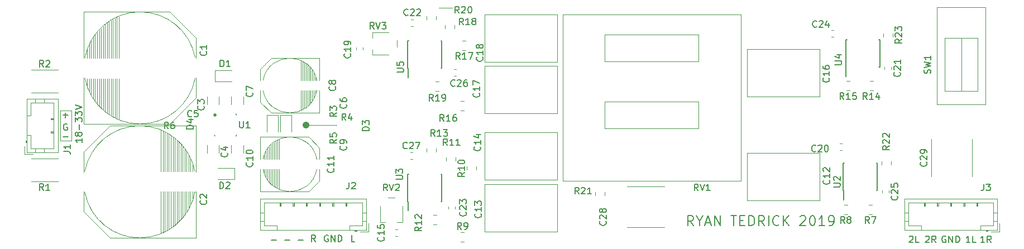
<source format=gbr>
G04 #@! TF.GenerationSoftware,KiCad,Pcbnew,(5.1.0)-1*
G04 #@! TF.CreationDate,2019-06-01T21:06:23-04:00*
G04 #@! TF.ProjectId,preample,70726561-6d70-46c6-952e-6b696361645f,rev?*
G04 #@! TF.SameCoordinates,Original*
G04 #@! TF.FileFunction,Legend,Top*
G04 #@! TF.FilePolarity,Positive*
%FSLAX46Y46*%
G04 Gerber Fmt 4.6, Leading zero omitted, Abs format (unit mm)*
G04 Created by KiCad (PCBNEW (5.1.0)-1) date 2019-06-01 21:06:23*
%MOMM*%
%LPD*%
G04 APERTURE LIST*
%ADD10C,0.120000*%
%ADD11C,0.150000*%
%ADD12C,0.200000*%
%ADD13C,1.000000*%
%ADD14C,0.500000*%
G04 APERTURE END LIST*
D10*
X54610000Y-70866000D02*
X54610000Y-66294000D01*
X52959000Y-70866000D02*
X54610000Y-70866000D01*
X52959000Y-66294000D02*
X52959000Y-70866000D01*
X54610000Y-66294000D02*
X52959000Y-66294000D01*
X112395000Y-50673000D02*
X110363000Y-50673000D01*
D11*
X56205380Y-70516476D02*
X56205380Y-71087904D01*
X56205380Y-70802190D02*
X55205380Y-70802190D01*
X55348238Y-70897428D01*
X55443476Y-70992666D01*
X55491095Y-71087904D01*
X55633952Y-69945047D02*
X55586333Y-70040285D01*
X55538714Y-70087904D01*
X55443476Y-70135523D01*
X55395857Y-70135523D01*
X55300619Y-70087904D01*
X55253000Y-70040285D01*
X55205380Y-69945047D01*
X55205380Y-69754571D01*
X55253000Y-69659333D01*
X55300619Y-69611714D01*
X55395857Y-69564095D01*
X55443476Y-69564095D01*
X55538714Y-69611714D01*
X55586333Y-69659333D01*
X55633952Y-69754571D01*
X55633952Y-69945047D01*
X55681571Y-70040285D01*
X55729190Y-70087904D01*
X55824428Y-70135523D01*
X56014904Y-70135523D01*
X56110142Y-70087904D01*
X56157761Y-70040285D01*
X56205380Y-69945047D01*
X56205380Y-69754571D01*
X56157761Y-69659333D01*
X56110142Y-69611714D01*
X56014904Y-69564095D01*
X55824428Y-69564095D01*
X55729190Y-69611714D01*
X55681571Y-69659333D01*
X55633952Y-69754571D01*
X55824428Y-69135523D02*
X55824428Y-68373619D01*
X55205380Y-67992666D02*
X55205380Y-67373619D01*
X55586333Y-67706952D01*
X55586333Y-67564095D01*
X55633952Y-67468857D01*
X55681571Y-67421238D01*
X55776809Y-67373619D01*
X56014904Y-67373619D01*
X56110142Y-67421238D01*
X56157761Y-67468857D01*
X56205380Y-67564095D01*
X56205380Y-67849809D01*
X56157761Y-67945047D01*
X56110142Y-67992666D01*
X55205380Y-67040285D02*
X55205380Y-66421238D01*
X55586333Y-66754571D01*
X55586333Y-66611714D01*
X55633952Y-66516476D01*
X55681571Y-66468857D01*
X55776809Y-66421238D01*
X56014904Y-66421238D01*
X56110142Y-66468857D01*
X56157761Y-66516476D01*
X56205380Y-66611714D01*
X56205380Y-66897428D01*
X56157761Y-66992666D01*
X56110142Y-67040285D01*
X55205380Y-66135523D02*
X56205380Y-65802190D01*
X55205380Y-65468857D01*
X53340047Y-70302428D02*
X54101952Y-70302428D01*
X53982904Y-68334000D02*
X53887666Y-68286380D01*
X53744809Y-68286380D01*
X53601952Y-68334000D01*
X53506714Y-68429238D01*
X53459095Y-68524476D01*
X53411476Y-68714952D01*
X53411476Y-68857809D01*
X53459095Y-69048285D01*
X53506714Y-69143523D01*
X53601952Y-69238761D01*
X53744809Y-69286380D01*
X53840047Y-69286380D01*
X53982904Y-69238761D01*
X54030523Y-69191142D01*
X54030523Y-68857809D01*
X53840047Y-68857809D01*
X53340047Y-67000428D02*
X54101952Y-67000428D01*
X53721000Y-67381380D02*
X53721000Y-66619476D01*
X89027047Y-85923428D02*
X89788952Y-85923428D01*
X86995047Y-85923428D02*
X87756952Y-85923428D01*
X84963047Y-85923428D02*
X85724952Y-85923428D01*
X93535595Y-85225000D02*
X93440357Y-85177380D01*
X93297500Y-85177380D01*
X93154642Y-85225000D01*
X93059404Y-85320238D01*
X93011785Y-85415476D01*
X92964166Y-85605952D01*
X92964166Y-85748809D01*
X93011785Y-85939285D01*
X93059404Y-86034523D01*
X93154642Y-86129761D01*
X93297500Y-86177380D01*
X93392738Y-86177380D01*
X93535595Y-86129761D01*
X93583214Y-86082142D01*
X93583214Y-85748809D01*
X93392738Y-85748809D01*
X94011785Y-86177380D02*
X94011785Y-85177380D01*
X94583214Y-86177380D01*
X94583214Y-85177380D01*
X95059404Y-86177380D02*
X95059404Y-85177380D01*
X95297500Y-85177380D01*
X95440357Y-85225000D01*
X95535595Y-85320238D01*
X95583214Y-85415476D01*
X95630833Y-85605952D01*
X95630833Y-85748809D01*
X95583214Y-85939285D01*
X95535595Y-86034523D01*
X95440357Y-86129761D01*
X95297500Y-86177380D01*
X95059404Y-86177380D01*
X91622523Y-86177380D02*
X91289190Y-85701190D01*
X91051095Y-86177380D02*
X91051095Y-85177380D01*
X91432047Y-85177380D01*
X91527285Y-85225000D01*
X91574904Y-85272619D01*
X91622523Y-85367857D01*
X91622523Y-85510714D01*
X91574904Y-85605952D01*
X91527285Y-85653571D01*
X91432047Y-85701190D01*
X91051095Y-85701190D01*
X97591523Y-86177380D02*
X97115333Y-86177380D01*
X97115333Y-85177380D01*
X184126285Y-85399619D02*
X184173904Y-85352000D01*
X184269142Y-85304380D01*
X184507238Y-85304380D01*
X184602476Y-85352000D01*
X184650095Y-85399619D01*
X184697714Y-85494857D01*
X184697714Y-85590095D01*
X184650095Y-85732952D01*
X184078666Y-86304380D01*
X184697714Y-86304380D01*
X185697714Y-86304380D02*
X185364380Y-85828190D01*
X185126285Y-86304380D02*
X185126285Y-85304380D01*
X185507238Y-85304380D01*
X185602476Y-85352000D01*
X185650095Y-85399619D01*
X185697714Y-85494857D01*
X185697714Y-85637714D01*
X185650095Y-85732952D01*
X185602476Y-85780571D01*
X185507238Y-85828190D01*
X185126285Y-85828190D01*
X181681523Y-85399619D02*
X181729142Y-85352000D01*
X181824380Y-85304380D01*
X182062476Y-85304380D01*
X182157714Y-85352000D01*
X182205333Y-85399619D01*
X182252952Y-85494857D01*
X182252952Y-85590095D01*
X182205333Y-85732952D01*
X181633904Y-86304380D01*
X182252952Y-86304380D01*
X183157714Y-86304380D02*
X182681523Y-86304380D01*
X182681523Y-85304380D01*
X187198095Y-85352000D02*
X187102857Y-85304380D01*
X186960000Y-85304380D01*
X186817142Y-85352000D01*
X186721904Y-85447238D01*
X186674285Y-85542476D01*
X186626666Y-85732952D01*
X186626666Y-85875809D01*
X186674285Y-86066285D01*
X186721904Y-86161523D01*
X186817142Y-86256761D01*
X186960000Y-86304380D01*
X187055238Y-86304380D01*
X187198095Y-86256761D01*
X187245714Y-86209142D01*
X187245714Y-85875809D01*
X187055238Y-85875809D01*
X187674285Y-86304380D02*
X187674285Y-85304380D01*
X188245714Y-86304380D01*
X188245714Y-85304380D01*
X188721904Y-86304380D02*
X188721904Y-85304380D01*
X188960000Y-85304380D01*
X189102857Y-85352000D01*
X189198095Y-85447238D01*
X189245714Y-85542476D01*
X189293333Y-85732952D01*
X189293333Y-85875809D01*
X189245714Y-86066285D01*
X189198095Y-86161523D01*
X189102857Y-86256761D01*
X188960000Y-86304380D01*
X188721904Y-86304380D01*
X193079714Y-86304380D02*
X192508285Y-86304380D01*
X192794000Y-86304380D02*
X192794000Y-85304380D01*
X192698761Y-85447238D01*
X192603523Y-85542476D01*
X192508285Y-85590095D01*
X194079714Y-86304380D02*
X193746380Y-85828190D01*
X193508285Y-86304380D02*
X193508285Y-85304380D01*
X193889238Y-85304380D01*
X193984476Y-85352000D01*
X194032095Y-85399619D01*
X194079714Y-85494857D01*
X194079714Y-85637714D01*
X194032095Y-85732952D01*
X193984476Y-85780571D01*
X193889238Y-85828190D01*
X193508285Y-85828190D01*
X190888952Y-86304380D02*
X190317523Y-86304380D01*
X190603238Y-86304380D02*
X190603238Y-85304380D01*
X190508000Y-85447238D01*
X190412761Y-85542476D01*
X190317523Y-85590095D01*
X191793714Y-86304380D02*
X191317523Y-86304380D01*
X191317523Y-85304380D01*
D12*
X148916714Y-83736571D02*
X148416714Y-83022285D01*
X148059571Y-83736571D02*
X148059571Y-82236571D01*
X148631000Y-82236571D01*
X148773857Y-82308000D01*
X148845285Y-82379428D01*
X148916714Y-82522285D01*
X148916714Y-82736571D01*
X148845285Y-82879428D01*
X148773857Y-82950857D01*
X148631000Y-83022285D01*
X148059571Y-83022285D01*
X149845285Y-83022285D02*
X149845285Y-83736571D01*
X149345285Y-82236571D02*
X149845285Y-83022285D01*
X150345285Y-82236571D01*
X150773857Y-83308000D02*
X151488142Y-83308000D01*
X150631000Y-83736571D02*
X151131000Y-82236571D01*
X151631000Y-83736571D01*
X152131000Y-83736571D02*
X152131000Y-82236571D01*
X152988142Y-83736571D01*
X152988142Y-82236571D01*
X154631000Y-82236571D02*
X155488142Y-82236571D01*
X155059571Y-83736571D02*
X155059571Y-82236571D01*
X155988142Y-82950857D02*
X156488142Y-82950857D01*
X156702428Y-83736571D02*
X155988142Y-83736571D01*
X155988142Y-82236571D01*
X156702428Y-82236571D01*
X157345285Y-83736571D02*
X157345285Y-82236571D01*
X157702428Y-82236571D01*
X157916714Y-82308000D01*
X158059571Y-82450857D01*
X158131000Y-82593714D01*
X158202428Y-82879428D01*
X158202428Y-83093714D01*
X158131000Y-83379428D01*
X158059571Y-83522285D01*
X157916714Y-83665142D01*
X157702428Y-83736571D01*
X157345285Y-83736571D01*
X159702428Y-83736571D02*
X159202428Y-83022285D01*
X158845285Y-83736571D02*
X158845285Y-82236571D01*
X159416714Y-82236571D01*
X159559571Y-82308000D01*
X159631000Y-82379428D01*
X159702428Y-82522285D01*
X159702428Y-82736571D01*
X159631000Y-82879428D01*
X159559571Y-82950857D01*
X159416714Y-83022285D01*
X158845285Y-83022285D01*
X160345285Y-83736571D02*
X160345285Y-82236571D01*
X161916714Y-83593714D02*
X161845285Y-83665142D01*
X161631000Y-83736571D01*
X161488142Y-83736571D01*
X161273857Y-83665142D01*
X161131000Y-83522285D01*
X161059571Y-83379428D01*
X160988142Y-83093714D01*
X160988142Y-82879428D01*
X161059571Y-82593714D01*
X161131000Y-82450857D01*
X161273857Y-82308000D01*
X161488142Y-82236571D01*
X161631000Y-82236571D01*
X161845285Y-82308000D01*
X161916714Y-82379428D01*
X162559571Y-83736571D02*
X162559571Y-82236571D01*
X163416714Y-83736571D02*
X162773857Y-82879428D01*
X163416714Y-82236571D02*
X162559571Y-83093714D01*
X165131000Y-82379428D02*
X165202428Y-82308000D01*
X165345285Y-82236571D01*
X165702428Y-82236571D01*
X165845285Y-82308000D01*
X165916714Y-82379428D01*
X165988142Y-82522285D01*
X165988142Y-82665142D01*
X165916714Y-82879428D01*
X165059571Y-83736571D01*
X165988142Y-83736571D01*
X166916714Y-82236571D02*
X167059571Y-82236571D01*
X167202428Y-82308000D01*
X167273857Y-82379428D01*
X167345285Y-82522285D01*
X167416714Y-82808000D01*
X167416714Y-83165142D01*
X167345285Y-83450857D01*
X167273857Y-83593714D01*
X167202428Y-83665142D01*
X167059571Y-83736571D01*
X166916714Y-83736571D01*
X166773857Y-83665142D01*
X166702428Y-83593714D01*
X166631000Y-83450857D01*
X166559571Y-83165142D01*
X166559571Y-82808000D01*
X166631000Y-82522285D01*
X166702428Y-82379428D01*
X166773857Y-82308000D01*
X166916714Y-82236571D01*
X168845285Y-83736571D02*
X167988142Y-83736571D01*
X168416714Y-83736571D02*
X168416714Y-82236571D01*
X168273857Y-82450857D01*
X168131000Y-82593714D01*
X167988142Y-82665142D01*
X169559571Y-83736571D02*
X169845285Y-83736571D01*
X169988142Y-83665142D01*
X170059571Y-83593714D01*
X170202428Y-83379428D01*
X170273857Y-83093714D01*
X170273857Y-82522285D01*
X170202428Y-82379428D01*
X170131000Y-82308000D01*
X169988142Y-82236571D01*
X169702428Y-82236571D01*
X169559571Y-82308000D01*
X169488142Y-82379428D01*
X169416714Y-82522285D01*
X169416714Y-82879428D01*
X169488142Y-83022285D01*
X169559571Y-83093714D01*
X169702428Y-83165142D01*
X169988142Y-83165142D01*
X170131000Y-83093714D01*
X170202428Y-83022285D01*
X170273857Y-82879428D01*
D13*
X90170000Y-68453000D02*
G75*
G03X90170000Y-68453000I0J0D01*
G01*
D10*
X94869000Y-68453000D02*
X90170000Y-68453000D01*
X112851000Y-73352922D02*
X112851000Y-73870078D01*
X111431000Y-73352922D02*
X111431000Y-73870078D01*
X61824000Y-58317000D02*
X61824000Y-52017000D01*
X61524000Y-58317000D02*
X61524000Y-52117000D01*
X61224000Y-58317000D02*
X61224000Y-52317000D01*
X60924000Y-58317000D02*
X60924000Y-52417000D01*
X60624000Y-58317000D02*
X60624000Y-52617000D01*
X60324000Y-58317000D02*
X60324000Y-52817000D01*
X60024000Y-58317000D02*
X60024000Y-53017000D01*
X59724000Y-58317000D02*
X59724000Y-53217000D01*
X59424000Y-58317000D02*
X59424000Y-53517000D01*
X59124000Y-53817000D02*
X59124000Y-58317000D01*
X58824000Y-58317000D02*
X58824000Y-54117000D01*
X58524000Y-54417000D02*
X58524000Y-58317000D01*
X58224000Y-58317000D02*
X58224000Y-54817000D01*
X57924000Y-55217000D02*
X57924000Y-58317000D01*
X57624000Y-58317000D02*
X57624000Y-55717000D01*
X57324000Y-56317000D02*
X57324000Y-58317000D01*
X57024000Y-58317000D02*
X57024000Y-57017000D01*
X57024000Y-62517000D02*
X57024000Y-61417000D01*
X57324000Y-61417000D02*
X57324000Y-63317000D01*
X57624000Y-63917000D02*
X57624000Y-61417000D01*
X57924000Y-61417000D02*
X57924000Y-64417000D01*
X58224000Y-61417000D02*
X58224000Y-64817000D01*
X58524000Y-65217000D02*
X58524000Y-61417000D01*
X58824000Y-61417000D02*
X58824000Y-65517000D01*
X59124000Y-65817000D02*
X59124000Y-61417000D01*
X59424000Y-61417000D02*
X59424000Y-66117000D01*
X59724000Y-66417000D02*
X59724000Y-61417000D01*
X60024000Y-61417000D02*
X60024000Y-66617000D01*
X60324000Y-66817000D02*
X60324000Y-61417000D01*
X60624000Y-61417000D02*
X60624000Y-67017000D01*
X60924000Y-67217000D02*
X60924000Y-61417000D01*
X61224000Y-61417000D02*
X61224000Y-67317000D01*
X61524000Y-67517000D02*
X61524000Y-61417000D01*
X61824000Y-61417000D02*
X61824000Y-67617000D01*
X73376678Y-61402952D02*
G75*
G02X56674001Y-61416999I-8352678J1585952D01*
G01*
X56650439Y-58345282D02*
G75*
G02X73373999Y-58217001I8373561J-1471718D01*
G01*
X73524000Y-64317000D02*
X73524000Y-61317000D01*
X73524000Y-55317000D02*
X73524000Y-58317000D01*
X73524000Y-55317000D02*
X69524000Y-51317000D01*
X73524000Y-64317000D02*
X69524000Y-68317000D01*
X56524000Y-51317000D02*
X56524000Y-58317000D01*
X56524000Y-68317000D02*
X56524000Y-61317000D01*
X56524000Y-51317000D02*
X69524000Y-51317000D01*
X69524000Y-68317000D02*
X56524000Y-68317000D01*
X76414500Y-60173500D02*
X78964500Y-60173500D01*
X76414500Y-61873500D02*
X78964500Y-61873500D01*
X76414500Y-60173500D02*
X76414500Y-61873500D01*
X68197000Y-78589000D02*
X68197000Y-84889000D01*
X68497000Y-78589000D02*
X68497000Y-84789000D01*
X68797000Y-78589000D02*
X68797000Y-84589000D01*
X69097000Y-78589000D02*
X69097000Y-84489000D01*
X69397000Y-78589000D02*
X69397000Y-84289000D01*
X69697000Y-78589000D02*
X69697000Y-84089000D01*
X69997000Y-78589000D02*
X69997000Y-83889000D01*
X70297000Y-78589000D02*
X70297000Y-83689000D01*
X70597000Y-78589000D02*
X70597000Y-83389000D01*
X70897000Y-83089000D02*
X70897000Y-78589000D01*
X71197000Y-78589000D02*
X71197000Y-82789000D01*
X71497000Y-82489000D02*
X71497000Y-78589000D01*
X71797000Y-78589000D02*
X71797000Y-82089000D01*
X72097000Y-81689000D02*
X72097000Y-78589000D01*
X72397000Y-78589000D02*
X72397000Y-81189000D01*
X72697000Y-80589000D02*
X72697000Y-78589000D01*
X72997000Y-78589000D02*
X72997000Y-79889000D01*
X72997000Y-74389000D02*
X72997000Y-75489000D01*
X72697000Y-75489000D02*
X72697000Y-73589000D01*
X72397000Y-72989000D02*
X72397000Y-75489000D01*
X72097000Y-75489000D02*
X72097000Y-72489000D01*
X71797000Y-75489000D02*
X71797000Y-72089000D01*
X71497000Y-71689000D02*
X71497000Y-75489000D01*
X71197000Y-75489000D02*
X71197000Y-71389000D01*
X70897000Y-71089000D02*
X70897000Y-75489000D01*
X70597000Y-75489000D02*
X70597000Y-70789000D01*
X70297000Y-70489000D02*
X70297000Y-75489000D01*
X69997000Y-75489000D02*
X69997000Y-70289000D01*
X69697000Y-70089000D02*
X69697000Y-75489000D01*
X69397000Y-75489000D02*
X69397000Y-69889000D01*
X69097000Y-69689000D02*
X69097000Y-75489000D01*
X68797000Y-75489000D02*
X68797000Y-69589000D01*
X68497000Y-69389000D02*
X68497000Y-75489000D01*
X68197000Y-75489000D02*
X68197000Y-69289000D01*
X56644322Y-75503048D02*
G75*
G02X73346999Y-75489001I8352678J-1585952D01*
G01*
X73370561Y-78560718D02*
G75*
G02X56647001Y-78688999I-8373561J1471718D01*
G01*
X56497000Y-72589000D02*
X56497000Y-75589000D01*
X56497000Y-81589000D02*
X56497000Y-78589000D01*
X56497000Y-81589000D02*
X60497000Y-85589000D01*
X56497000Y-72589000D02*
X60497000Y-68589000D01*
X73497000Y-85589000D02*
X73497000Y-78589000D01*
X73497000Y-68589000D02*
X73497000Y-75589000D01*
X73497000Y-85589000D02*
X60497000Y-85589000D01*
X60497000Y-68589000D02*
X73497000Y-68589000D01*
X83255000Y-64984000D02*
X83255000Y-63234000D01*
X83255000Y-59984000D02*
X83255000Y-61734000D01*
X92255000Y-66634000D02*
X92255000Y-63234000D01*
X92255000Y-58334000D02*
X92255000Y-61734000D01*
X89655000Y-58834000D02*
X89655000Y-61734000D01*
X89905000Y-61734000D02*
X89905000Y-58984000D01*
X90155000Y-61734000D02*
X90155000Y-59134000D01*
X90405000Y-61734000D02*
X90405000Y-59334000D01*
X90905000Y-61734000D02*
X90905000Y-59834000D01*
X90655000Y-61734000D02*
X90655000Y-59534000D01*
X91155000Y-61734000D02*
X91155000Y-60134000D01*
X91655000Y-61734000D02*
X91655000Y-61134000D01*
X91405000Y-61734000D02*
X91405000Y-60534000D01*
X91655000Y-63834000D02*
X91655000Y-63234000D01*
X91405000Y-64434000D02*
X91405000Y-63234000D01*
X91155000Y-64834000D02*
X91155000Y-63234000D01*
X90905000Y-65134000D02*
X90905000Y-63234000D01*
X90655000Y-65434000D02*
X90655000Y-63234000D01*
X90405000Y-65634000D02*
X90405000Y-63234000D01*
X90155000Y-65834000D02*
X90155000Y-63234000D01*
X89905000Y-65984000D02*
X89905000Y-63234000D01*
X89655000Y-63234000D02*
X89655000Y-66134000D01*
X89405000Y-63234000D02*
X89405000Y-66284000D01*
X89405000Y-58684000D02*
X89405000Y-61734000D01*
X83675000Y-61734000D02*
G75*
G02X91835000Y-61734000I4080000J-750000D01*
G01*
X91835649Y-63230461D02*
G75*
G02X83675000Y-63234000I-4080649J746461D01*
G01*
X83255000Y-64984000D02*
X84905000Y-66634000D01*
X83255000Y-59984000D02*
X84905000Y-58334000D01*
X84905000Y-66634000D02*
X92255000Y-66634000D01*
X92255000Y-58334000D02*
X84905000Y-58334000D01*
X92257000Y-71922000D02*
X92257000Y-73672000D01*
X92257000Y-76922000D02*
X92257000Y-75172000D01*
X83257000Y-70272000D02*
X83257000Y-73672000D01*
X83257000Y-78572000D02*
X83257000Y-75172000D01*
X85857000Y-78072000D02*
X85857000Y-75172000D01*
X85607000Y-75172000D02*
X85607000Y-77922000D01*
X85357000Y-75172000D02*
X85357000Y-77772000D01*
X85107000Y-75172000D02*
X85107000Y-77572000D01*
X84607000Y-75172000D02*
X84607000Y-77072000D01*
X84857000Y-75172000D02*
X84857000Y-77372000D01*
X84357000Y-75172000D02*
X84357000Y-76772000D01*
X83857000Y-75172000D02*
X83857000Y-75772000D01*
X84107000Y-75172000D02*
X84107000Y-76372000D01*
X83857000Y-73072000D02*
X83857000Y-73672000D01*
X84107000Y-72472000D02*
X84107000Y-73672000D01*
X84357000Y-72072000D02*
X84357000Y-73672000D01*
X84607000Y-71772000D02*
X84607000Y-73672000D01*
X84857000Y-71472000D02*
X84857000Y-73672000D01*
X85107000Y-71272000D02*
X85107000Y-73672000D01*
X85357000Y-71072000D02*
X85357000Y-73672000D01*
X85607000Y-70922000D02*
X85607000Y-73672000D01*
X85857000Y-73672000D02*
X85857000Y-70772000D01*
X86107000Y-73672000D02*
X86107000Y-70622000D01*
X86107000Y-78222000D02*
X86107000Y-75172000D01*
X91837000Y-75172000D02*
G75*
G02X83677000Y-75172000I-4080000J750000D01*
G01*
X83676351Y-73675539D02*
G75*
G02X91837000Y-73672000I4080649J-746461D01*
G01*
X92257000Y-71922000D02*
X90607000Y-70272000D01*
X92257000Y-76922000D02*
X90607000Y-78572000D01*
X90607000Y-70272000D02*
X83257000Y-70272000D01*
X83257000Y-78572000D02*
X90607000Y-78572000D01*
X79351000Y-76669000D02*
X76801000Y-76669000D01*
X79351000Y-74969000D02*
X76801000Y-74969000D01*
X79351000Y-76669000D02*
X79351000Y-74969000D01*
X87972000Y-66953000D02*
X87972000Y-69503000D01*
X86272000Y-66953000D02*
X86272000Y-69503000D01*
X87972000Y-66953000D02*
X86272000Y-66953000D01*
X193267000Y-50609000D02*
X193267000Y-65309000D01*
X185867000Y-50609000D02*
X185867000Y-65309000D01*
X185867000Y-65309000D02*
X193267000Y-65309000D01*
X185867000Y-50609000D02*
X193267000Y-50609000D01*
X192067000Y-63309000D02*
X189567000Y-63309000D01*
X192067000Y-55309000D02*
X192067000Y-63309000D01*
X187067000Y-55309000D02*
X192067000Y-55309000D01*
X187067000Y-63309000D02*
X187067000Y-55309000D01*
X189567000Y-63309000D02*
X187067000Y-63309000D01*
X189567000Y-55309000D02*
X189567000Y-63309000D01*
X79411000Y-66803000D02*
X79561000Y-66803000D01*
X79561000Y-66803000D02*
X79561000Y-66953000D01*
X79411000Y-70103000D02*
X79561000Y-70103000D01*
X79561000Y-70103000D02*
X79561000Y-69953000D01*
X76411000Y-70103000D02*
X76261000Y-70103000D01*
X76261000Y-70103000D02*
X76261000Y-69953000D01*
D14*
X76411000Y-66953000D02*
G75*
G03X76411000Y-66953000I0J0D01*
G01*
D11*
X171719000Y-78402000D02*
X171719000Y-79802000D01*
X176819000Y-78402000D02*
X176819000Y-74252000D01*
X171669000Y-78402000D02*
X171669000Y-74252000D01*
X176819000Y-78402000D02*
X176674000Y-78402000D01*
X176819000Y-74252000D02*
X176674000Y-74252000D01*
X171669000Y-74252000D02*
X171814000Y-74252000D01*
X171669000Y-78402000D02*
X171719000Y-78402000D01*
X105679000Y-80053000D02*
X105679000Y-81453000D01*
X110779000Y-80053000D02*
X110779000Y-75903000D01*
X105629000Y-80053000D02*
X105629000Y-75903000D01*
X110779000Y-80053000D02*
X110634000Y-80053000D01*
X110779000Y-75903000D02*
X110634000Y-75903000D01*
X105629000Y-75903000D02*
X105774000Y-75903000D01*
X105629000Y-80053000D02*
X105679000Y-80053000D01*
X172100000Y-59700000D02*
X172100000Y-61100000D01*
X177200000Y-59700000D02*
X177200000Y-55550000D01*
X172050000Y-59700000D02*
X172050000Y-55550000D01*
X177200000Y-59700000D02*
X177055000Y-59700000D01*
X177200000Y-55550000D02*
X177055000Y-55550000D01*
X172050000Y-55550000D02*
X172195000Y-55550000D01*
X172050000Y-59700000D02*
X172100000Y-59700000D01*
X105679000Y-59860000D02*
X105679000Y-61260000D01*
X110779000Y-59860000D02*
X110779000Y-55710000D01*
X105629000Y-59860000D02*
X105629000Y-55710000D01*
X110779000Y-59860000D02*
X110634000Y-59860000D01*
X110779000Y-55710000D02*
X110634000Y-55710000D01*
X105629000Y-55710000D02*
X105774000Y-55710000D01*
X105629000Y-59860000D02*
X105679000Y-59860000D01*
D10*
X75163000Y-65369064D02*
X75163000Y-64164936D01*
X76983000Y-65369064D02*
X76983000Y-64164936D01*
X76983000Y-72741064D02*
X76983000Y-71536936D01*
X75163000Y-72741064D02*
X75163000Y-71536936D01*
X80666000Y-65369064D02*
X80666000Y-64164936D01*
X78846000Y-65369064D02*
X78846000Y-64164936D01*
X78846000Y-72741064D02*
X78846000Y-71536936D01*
X80666000Y-72741064D02*
X80666000Y-71536936D01*
X157060000Y-79927000D02*
X168060000Y-79927000D01*
X157060000Y-79927000D02*
X157060000Y-72727000D01*
X157060000Y-72727000D02*
X168060000Y-72727000D01*
X168060000Y-79927000D02*
X168060000Y-72727000D01*
X128309000Y-77489500D02*
X117309000Y-77489500D01*
X128309000Y-77489500D02*
X128309000Y-84689500D01*
X128309000Y-84689500D02*
X117309000Y-84689500D01*
X117309000Y-77489500D02*
X117309000Y-84689500D01*
X128309000Y-76815500D02*
X128309000Y-69615500D01*
X117309000Y-69615500D02*
X128309000Y-69615500D01*
X117309000Y-76815500D02*
X117309000Y-69615500D01*
X117309000Y-76815500D02*
X128309000Y-76815500D01*
X168060000Y-64179000D02*
X168060000Y-56979000D01*
X157060000Y-56979000D02*
X168060000Y-56979000D01*
X157060000Y-64179000D02*
X157060000Y-56979000D01*
X157060000Y-64179000D02*
X168060000Y-64179000D01*
X128309000Y-59519000D02*
X117309000Y-59519000D01*
X128309000Y-59519000D02*
X128309000Y-66719000D01*
X128309000Y-66719000D02*
X117309000Y-66719000D01*
X117309000Y-59519000D02*
X117309000Y-66719000D01*
X128309000Y-58885000D02*
X128309000Y-51685000D01*
X117309000Y-51685000D02*
X128309000Y-51685000D01*
X117309000Y-58885000D02*
X117309000Y-51685000D01*
X117309000Y-58885000D02*
X128309000Y-58885000D01*
X171160221Y-72265000D02*
X171485779Y-72265000D01*
X171160221Y-71245000D02*
X171485779Y-71245000D01*
X177925000Y-59679721D02*
X177925000Y-60005279D01*
X178945000Y-59679721D02*
X178945000Y-60005279D01*
X106136221Y-53469000D02*
X106461779Y-53469000D01*
X106136221Y-52449000D02*
X106461779Y-52449000D01*
X111758000Y-81188779D02*
X111758000Y-80863221D01*
X112778000Y-81188779D02*
X112778000Y-80863221D01*
X169852221Y-55120000D02*
X170177779Y-55120000D01*
X169852221Y-54100000D02*
X170177779Y-54100000D01*
X177544000Y-78424721D02*
X177544000Y-78750279D01*
X178564000Y-78424721D02*
X178564000Y-78750279D01*
X112938779Y-61025500D02*
X112613221Y-61025500D01*
X112938779Y-60005500D02*
X112613221Y-60005500D01*
X106009221Y-72642000D02*
X106334779Y-72642000D01*
X106009221Y-73662000D02*
X106334779Y-73662000D01*
X103723221Y-85346000D02*
X104048779Y-85346000D01*
X103723221Y-84326000D02*
X104048779Y-84326000D01*
X98808000Y-56707721D02*
X98808000Y-57033279D01*
X97788000Y-56707721D02*
X97788000Y-57033279D01*
X138882000Y-83999000D02*
X144582000Y-83999000D01*
X144582000Y-77799000D02*
X138882000Y-77799000D01*
X191187000Y-76305500D02*
X191187000Y-70605500D01*
X184987000Y-70605500D02*
X184987000Y-76305500D01*
X101424000Y-83218000D02*
X102224000Y-83218000D01*
X104024000Y-83218000D02*
X104824000Y-83218000D01*
X104824000Y-80768000D02*
X104824000Y-83218000D01*
X102624000Y-79468000D02*
X103624000Y-79468000D01*
X101424000Y-83218000D02*
X101424000Y-80768000D01*
X100261000Y-54434000D02*
X102711000Y-54434000D01*
X104011000Y-55634000D02*
X104011000Y-56634000D01*
X102711000Y-57834000D02*
X100261000Y-57834000D01*
X100261000Y-57034000D02*
X100261000Y-57834000D01*
X100261000Y-54434000D02*
X100261000Y-55234000D01*
X129121000Y-51689000D02*
X129121000Y-76949000D01*
X156121000Y-51699000D02*
X156121000Y-76949000D01*
X129121000Y-76949000D02*
X156121000Y-76949000D01*
X129133600Y-51689000D02*
X156108400Y-51689000D01*
X135509000Y-54737000D02*
X135509000Y-58801000D01*
X135509000Y-58801000D02*
X149733000Y-58801000D01*
X149733000Y-58801000D02*
X149733000Y-54737000D01*
X149733000Y-54737000D02*
X135509000Y-54737000D01*
X135509000Y-68961000D02*
X149733000Y-68961000D01*
X135509000Y-64897000D02*
X135509000Y-68961000D01*
X149733000Y-64897000D02*
X135509000Y-64897000D01*
X149733000Y-68961000D02*
X149733000Y-64897000D01*
X47847000Y-72608000D02*
X52567000Y-72608000D01*
X52567000Y-72608000D02*
X52567000Y-64488000D01*
X52567000Y-64488000D02*
X47847000Y-64488000D01*
X47847000Y-64488000D02*
X47847000Y-72608000D01*
X47847000Y-70848000D02*
X47647000Y-70848000D01*
X47647000Y-70848000D02*
X47647000Y-71148000D01*
X47647000Y-71148000D02*
X47847000Y-71148000D01*
X47747000Y-70848000D02*
X47747000Y-71148000D01*
X47847000Y-70048000D02*
X48457000Y-70048000D01*
X48457000Y-70048000D02*
X48457000Y-71998000D01*
X48457000Y-71998000D02*
X51957000Y-71998000D01*
X51957000Y-71998000D02*
X51957000Y-65098000D01*
X51957000Y-65098000D02*
X48457000Y-65098000D01*
X48457000Y-65098000D02*
X48457000Y-67048000D01*
X48457000Y-67048000D02*
X47847000Y-67048000D01*
X49157000Y-72608000D02*
X49157000Y-71998000D01*
X50457000Y-72608000D02*
X50457000Y-71998000D01*
X49157000Y-64488000D02*
X49157000Y-65098000D01*
X50457000Y-64488000D02*
X50457000Y-65098000D01*
X51957000Y-69648000D02*
X51457000Y-69648000D01*
X51457000Y-69648000D02*
X51457000Y-69448000D01*
X51457000Y-69448000D02*
X51957000Y-69448000D01*
X51957000Y-69548000D02*
X51457000Y-69548000D01*
X51957000Y-67648000D02*
X51457000Y-67648000D01*
X51457000Y-67648000D02*
X51457000Y-67448000D01*
X51457000Y-67448000D02*
X51957000Y-67448000D01*
X51957000Y-67548000D02*
X51457000Y-67548000D01*
X47547000Y-71658000D02*
X47547000Y-72908000D01*
X47547000Y-72908000D02*
X48797000Y-72908000D01*
X99342000Y-84360000D02*
X99342000Y-79640000D01*
X99342000Y-79640000D02*
X83222000Y-79640000D01*
X83222000Y-79640000D02*
X83222000Y-84360000D01*
X83222000Y-84360000D02*
X99342000Y-84360000D01*
X97582000Y-84360000D02*
X97582000Y-84560000D01*
X97582000Y-84560000D02*
X97882000Y-84560000D01*
X97882000Y-84560000D02*
X97882000Y-84360000D01*
X97582000Y-84460000D02*
X97882000Y-84460000D01*
X96782000Y-84360000D02*
X96782000Y-83750000D01*
X96782000Y-83750000D02*
X98732000Y-83750000D01*
X98732000Y-83750000D02*
X98732000Y-80250000D01*
X98732000Y-80250000D02*
X83832000Y-80250000D01*
X83832000Y-80250000D02*
X83832000Y-83750000D01*
X83832000Y-83750000D02*
X85782000Y-83750000D01*
X85782000Y-83750000D02*
X85782000Y-84360000D01*
X99342000Y-83050000D02*
X98732000Y-83050000D01*
X99342000Y-81750000D02*
X98732000Y-81750000D01*
X83222000Y-83050000D02*
X83832000Y-83050000D01*
X83222000Y-81750000D02*
X83832000Y-81750000D01*
X96382000Y-80250000D02*
X96382000Y-80750000D01*
X96382000Y-80750000D02*
X96182000Y-80750000D01*
X96182000Y-80750000D02*
X96182000Y-80250000D01*
X96282000Y-80250000D02*
X96282000Y-80750000D01*
X94382000Y-80250000D02*
X94382000Y-80750000D01*
X94382000Y-80750000D02*
X94182000Y-80750000D01*
X94182000Y-80750000D02*
X94182000Y-80250000D01*
X94282000Y-80250000D02*
X94282000Y-80750000D01*
X92382000Y-80250000D02*
X92382000Y-80750000D01*
X92382000Y-80750000D02*
X92182000Y-80750000D01*
X92182000Y-80750000D02*
X92182000Y-80250000D01*
X92282000Y-80250000D02*
X92282000Y-80750000D01*
X90382000Y-80250000D02*
X90382000Y-80750000D01*
X90382000Y-80750000D02*
X90182000Y-80750000D01*
X90182000Y-80750000D02*
X90182000Y-80250000D01*
X90282000Y-80250000D02*
X90282000Y-80750000D01*
X88382000Y-80250000D02*
X88382000Y-80750000D01*
X88382000Y-80750000D02*
X88182000Y-80750000D01*
X88182000Y-80750000D02*
X88182000Y-80250000D01*
X88282000Y-80250000D02*
X88282000Y-80750000D01*
X86382000Y-80250000D02*
X86382000Y-80750000D01*
X86382000Y-80750000D02*
X86182000Y-80750000D01*
X86182000Y-80750000D02*
X86182000Y-80250000D01*
X86282000Y-80250000D02*
X86282000Y-80750000D01*
X98392000Y-84660000D02*
X99642000Y-84660000D01*
X99642000Y-84660000D02*
X99642000Y-83410000D01*
X195036500Y-84360000D02*
X195036500Y-79640000D01*
X195036500Y-79640000D02*
X180916500Y-79640000D01*
X180916500Y-79640000D02*
X180916500Y-84360000D01*
X180916500Y-84360000D02*
X195036500Y-84360000D01*
X193276500Y-84360000D02*
X193276500Y-84560000D01*
X193276500Y-84560000D02*
X193576500Y-84560000D01*
X193576500Y-84560000D02*
X193576500Y-84360000D01*
X193276500Y-84460000D02*
X193576500Y-84460000D01*
X192476500Y-84360000D02*
X192476500Y-83750000D01*
X192476500Y-83750000D02*
X194426500Y-83750000D01*
X194426500Y-83750000D02*
X194426500Y-80250000D01*
X194426500Y-80250000D02*
X181526500Y-80250000D01*
X181526500Y-80250000D02*
X181526500Y-83750000D01*
X181526500Y-83750000D02*
X183476500Y-83750000D01*
X183476500Y-83750000D02*
X183476500Y-84360000D01*
X195036500Y-83050000D02*
X194426500Y-83050000D01*
X195036500Y-81750000D02*
X194426500Y-81750000D01*
X180916500Y-83050000D02*
X181526500Y-83050000D01*
X180916500Y-81750000D02*
X181526500Y-81750000D01*
X192076500Y-80250000D02*
X192076500Y-80750000D01*
X192076500Y-80750000D02*
X191876500Y-80750000D01*
X191876500Y-80750000D02*
X191876500Y-80250000D01*
X191976500Y-80250000D02*
X191976500Y-80750000D01*
X190076500Y-80250000D02*
X190076500Y-80750000D01*
X190076500Y-80750000D02*
X189876500Y-80750000D01*
X189876500Y-80750000D02*
X189876500Y-80250000D01*
X189976500Y-80250000D02*
X189976500Y-80750000D01*
X188076500Y-80250000D02*
X188076500Y-80750000D01*
X188076500Y-80750000D02*
X187876500Y-80750000D01*
X187876500Y-80750000D02*
X187876500Y-80250000D01*
X187976500Y-80250000D02*
X187976500Y-80750000D01*
X186076500Y-80250000D02*
X186076500Y-80750000D01*
X186076500Y-80750000D02*
X185876500Y-80750000D01*
X185876500Y-80750000D02*
X185876500Y-80250000D01*
X185976500Y-80250000D02*
X185976500Y-80750000D01*
X184076500Y-80250000D02*
X184076500Y-80750000D01*
X184076500Y-80750000D02*
X183876500Y-80750000D01*
X183876500Y-80750000D02*
X183876500Y-80250000D01*
X183976500Y-80250000D02*
X183976500Y-80750000D01*
X194086500Y-84660000D02*
X195336500Y-84660000D01*
X195336500Y-84660000D02*
X195336500Y-83410000D01*
X52598064Y-73601000D02*
X48493936Y-73601000D01*
X52598064Y-77021000D02*
X48493936Y-77021000D01*
X48493936Y-60139000D02*
X52598064Y-60139000D01*
X48493936Y-63559000D02*
X52598064Y-63559000D01*
X176026578Y-81990000D02*
X175509422Y-81990000D01*
X176026578Y-80570000D02*
X175509422Y-80570000D01*
X172295078Y-80570000D02*
X171777922Y-80570000D01*
X172295078Y-81990000D02*
X171777922Y-81990000D01*
X113660422Y-86181000D02*
X114177578Y-86181000D01*
X113660422Y-84761000D02*
X114177578Y-84761000D01*
X116026000Y-74749922D02*
X116026000Y-75267078D01*
X114606000Y-74749922D02*
X114606000Y-75267078D01*
X109986578Y-83514000D02*
X109469422Y-83514000D01*
X109986578Y-82094000D02*
X109469422Y-82094000D01*
X108510000Y-72521578D02*
X108510000Y-72004422D01*
X109930000Y-72521578D02*
X109930000Y-72004422D01*
X176176578Y-61774000D02*
X175659422Y-61774000D01*
X176176578Y-63194000D02*
X175659422Y-63194000D01*
X172646078Y-63194000D02*
X172128922Y-63194000D01*
X172646078Y-61774000D02*
X172128922Y-61774000D01*
X113660422Y-66242000D02*
X114177578Y-66242000D01*
X113660422Y-64822000D02*
X114177578Y-64822000D01*
X114431578Y-57098000D02*
X113914422Y-57098000D01*
X114431578Y-55678000D02*
X113914422Y-55678000D01*
X110367578Y-61901000D02*
X109850422Y-61901000D01*
X110367578Y-63321000D02*
X109850422Y-63321000D01*
X108510000Y-51938422D02*
X108510000Y-52455578D01*
X109930000Y-51938422D02*
X109930000Y-52455578D01*
X135457000Y-78656922D02*
X135457000Y-79174078D01*
X134037000Y-78656922D02*
X134037000Y-79174078D01*
X178891000Y-73987922D02*
X178891000Y-74505078D01*
X177471000Y-73987922D02*
X177471000Y-74505078D01*
X177725000Y-54556922D02*
X177725000Y-55074078D01*
X179145000Y-54556922D02*
X179145000Y-55074078D01*
X111304000Y-53335422D02*
X111304000Y-53852578D01*
X112724000Y-53335422D02*
X112724000Y-53852578D01*
X85940000Y-66953000D02*
X84240000Y-66953000D01*
X84240000Y-66953000D02*
X84240000Y-69503000D01*
X85940000Y-66953000D02*
X85940000Y-69503000D01*
D11*
X111625142Y-71572380D02*
X111291809Y-71096190D01*
X111053714Y-71572380D02*
X111053714Y-70572380D01*
X111434666Y-70572380D01*
X111529904Y-70620000D01*
X111577523Y-70667619D01*
X111625142Y-70762857D01*
X111625142Y-70905714D01*
X111577523Y-71000952D01*
X111529904Y-71048571D01*
X111434666Y-71096190D01*
X111053714Y-71096190D01*
X112577523Y-71572380D02*
X112006095Y-71572380D01*
X112291809Y-71572380D02*
X112291809Y-70572380D01*
X112196571Y-70715238D01*
X112101333Y-70810476D01*
X112006095Y-70858095D01*
X113529904Y-71572380D02*
X112958476Y-71572380D01*
X113244190Y-71572380D02*
X113244190Y-70572380D01*
X113148952Y-70715238D01*
X113053714Y-70810476D01*
X112958476Y-70858095D01*
X75033142Y-57316666D02*
X75080761Y-57364285D01*
X75128380Y-57507142D01*
X75128380Y-57602380D01*
X75080761Y-57745238D01*
X74985523Y-57840476D01*
X74890285Y-57888095D01*
X74699809Y-57935714D01*
X74556952Y-57935714D01*
X74366476Y-57888095D01*
X74271238Y-57840476D01*
X74176000Y-57745238D01*
X74128380Y-57602380D01*
X74128380Y-57507142D01*
X74176000Y-57364285D01*
X74223619Y-57316666D01*
X75128380Y-56364285D02*
X75128380Y-56935714D01*
X75128380Y-56650000D02*
X74128380Y-56650000D01*
X74271238Y-56745238D01*
X74366476Y-56840476D01*
X74414095Y-56935714D01*
X77176404Y-59625880D02*
X77176404Y-58625880D01*
X77414500Y-58625880D01*
X77557357Y-58673500D01*
X77652595Y-58768738D01*
X77700214Y-58863976D01*
X77747833Y-59054452D01*
X77747833Y-59197309D01*
X77700214Y-59387785D01*
X77652595Y-59483023D01*
X77557357Y-59578261D01*
X77414500Y-59625880D01*
X77176404Y-59625880D01*
X78700214Y-59625880D02*
X78128785Y-59625880D01*
X78414500Y-59625880D02*
X78414500Y-58625880D01*
X78319261Y-58768738D01*
X78224023Y-58863976D01*
X78128785Y-58911595D01*
X75033142Y-79922666D02*
X75080761Y-79970285D01*
X75128380Y-80113142D01*
X75128380Y-80208380D01*
X75080761Y-80351238D01*
X74985523Y-80446476D01*
X74890285Y-80494095D01*
X74699809Y-80541714D01*
X74556952Y-80541714D01*
X74366476Y-80494095D01*
X74271238Y-80446476D01*
X74176000Y-80351238D01*
X74128380Y-80208380D01*
X74128380Y-80113142D01*
X74176000Y-79970285D01*
X74223619Y-79922666D01*
X74223619Y-79541714D02*
X74176000Y-79494095D01*
X74128380Y-79398857D01*
X74128380Y-79160761D01*
X74176000Y-79065523D01*
X74223619Y-79017904D01*
X74318857Y-78970285D01*
X74414095Y-78970285D01*
X74556952Y-79017904D01*
X75128380Y-79589333D01*
X75128380Y-78970285D01*
X72858333Y-67159142D02*
X72810714Y-67206761D01*
X72667857Y-67254380D01*
X72572619Y-67254380D01*
X72429761Y-67206761D01*
X72334523Y-67111523D01*
X72286904Y-67016285D01*
X72239285Y-66825809D01*
X72239285Y-66682952D01*
X72286904Y-66492476D01*
X72334523Y-66397238D01*
X72429761Y-66302000D01*
X72572619Y-66254380D01*
X72667857Y-66254380D01*
X72810714Y-66302000D01*
X72858333Y-66349619D01*
X73763095Y-66254380D02*
X73286904Y-66254380D01*
X73239285Y-66730571D01*
X73286904Y-66682952D01*
X73382142Y-66635333D01*
X73620238Y-66635333D01*
X73715476Y-66682952D01*
X73763095Y-66730571D01*
X73810714Y-66825809D01*
X73810714Y-67063904D01*
X73763095Y-67159142D01*
X73715476Y-67206761D01*
X73620238Y-67254380D01*
X73382142Y-67254380D01*
X73286904Y-67206761D01*
X73239285Y-67159142D01*
X96242142Y-65317666D02*
X96289761Y-65365285D01*
X96337380Y-65508142D01*
X96337380Y-65603380D01*
X96289761Y-65746238D01*
X96194523Y-65841476D01*
X96099285Y-65889095D01*
X95908809Y-65936714D01*
X95765952Y-65936714D01*
X95575476Y-65889095D01*
X95480238Y-65841476D01*
X95385000Y-65746238D01*
X95337380Y-65603380D01*
X95337380Y-65508142D01*
X95385000Y-65365285D01*
X95432619Y-65317666D01*
X95337380Y-64460523D02*
X95337380Y-64651000D01*
X95385000Y-64746238D01*
X95432619Y-64793857D01*
X95575476Y-64889095D01*
X95765952Y-64936714D01*
X96146904Y-64936714D01*
X96242142Y-64889095D01*
X96289761Y-64841476D01*
X96337380Y-64746238D01*
X96337380Y-64555761D01*
X96289761Y-64460523D01*
X96242142Y-64412904D01*
X96146904Y-64365285D01*
X95908809Y-64365285D01*
X95813571Y-64412904D01*
X95765952Y-64460523D01*
X95718333Y-64555761D01*
X95718333Y-64746238D01*
X95765952Y-64841476D01*
X95813571Y-64889095D01*
X95908809Y-64936714D01*
X94591142Y-62650666D02*
X94638761Y-62698285D01*
X94686380Y-62841142D01*
X94686380Y-62936380D01*
X94638761Y-63079238D01*
X94543523Y-63174476D01*
X94448285Y-63222095D01*
X94257809Y-63269714D01*
X94114952Y-63269714D01*
X93924476Y-63222095D01*
X93829238Y-63174476D01*
X93734000Y-63079238D01*
X93686380Y-62936380D01*
X93686380Y-62841142D01*
X93734000Y-62698285D01*
X93781619Y-62650666D01*
X94114952Y-62079238D02*
X94067333Y-62174476D01*
X94019714Y-62222095D01*
X93924476Y-62269714D01*
X93876857Y-62269714D01*
X93781619Y-62222095D01*
X93734000Y-62174476D01*
X93686380Y-62079238D01*
X93686380Y-61888761D01*
X93734000Y-61793523D01*
X93781619Y-61745904D01*
X93876857Y-61698285D01*
X93924476Y-61698285D01*
X94019714Y-61745904D01*
X94067333Y-61793523D01*
X94114952Y-61888761D01*
X94114952Y-62079238D01*
X94162571Y-62174476D01*
X94210190Y-62222095D01*
X94305428Y-62269714D01*
X94495904Y-62269714D01*
X94591142Y-62222095D01*
X94638761Y-62174476D01*
X94686380Y-62079238D01*
X94686380Y-61888761D01*
X94638761Y-61793523D01*
X94591142Y-61745904D01*
X94495904Y-61698285D01*
X94305428Y-61698285D01*
X94210190Y-61745904D01*
X94162571Y-61793523D01*
X94114952Y-61888761D01*
X96242142Y-71667666D02*
X96289761Y-71715285D01*
X96337380Y-71858142D01*
X96337380Y-71953380D01*
X96289761Y-72096238D01*
X96194523Y-72191476D01*
X96099285Y-72239095D01*
X95908809Y-72286714D01*
X95765952Y-72286714D01*
X95575476Y-72239095D01*
X95480238Y-72191476D01*
X95385000Y-72096238D01*
X95337380Y-71953380D01*
X95337380Y-71858142D01*
X95385000Y-71715285D01*
X95432619Y-71667666D01*
X96337380Y-71191476D02*
X96337380Y-71001000D01*
X96289761Y-70905761D01*
X96242142Y-70858142D01*
X96099285Y-70762904D01*
X95908809Y-70715285D01*
X95527857Y-70715285D01*
X95432619Y-70762904D01*
X95385000Y-70810523D01*
X95337380Y-70905761D01*
X95337380Y-71096238D01*
X95385000Y-71191476D01*
X95432619Y-71239095D01*
X95527857Y-71286714D01*
X95765952Y-71286714D01*
X95861190Y-71239095D01*
X95908809Y-71191476D01*
X95956428Y-71096238D01*
X95956428Y-70905761D01*
X95908809Y-70810523D01*
X95861190Y-70762904D01*
X95765952Y-70715285D01*
X94337142Y-75064857D02*
X94384761Y-75112476D01*
X94432380Y-75255333D01*
X94432380Y-75350571D01*
X94384761Y-75493428D01*
X94289523Y-75588666D01*
X94194285Y-75636285D01*
X94003809Y-75683904D01*
X93860952Y-75683904D01*
X93670476Y-75636285D01*
X93575238Y-75588666D01*
X93480000Y-75493428D01*
X93432380Y-75350571D01*
X93432380Y-75255333D01*
X93480000Y-75112476D01*
X93527619Y-75064857D01*
X94432380Y-74112476D02*
X94432380Y-74683904D01*
X94432380Y-74398190D02*
X93432380Y-74398190D01*
X93575238Y-74493428D01*
X93670476Y-74588666D01*
X93718095Y-74683904D01*
X94432380Y-73160095D02*
X94432380Y-73731523D01*
X94432380Y-73445809D02*
X93432380Y-73445809D01*
X93575238Y-73541047D01*
X93670476Y-73636285D01*
X93718095Y-73731523D01*
X77112904Y-78121380D02*
X77112904Y-77121380D01*
X77351000Y-77121380D01*
X77493857Y-77169000D01*
X77589095Y-77264238D01*
X77636714Y-77359476D01*
X77684333Y-77549952D01*
X77684333Y-77692809D01*
X77636714Y-77883285D01*
X77589095Y-77978523D01*
X77493857Y-78073761D01*
X77351000Y-78121380D01*
X77112904Y-78121380D01*
X78065285Y-77216619D02*
X78112904Y-77169000D01*
X78208142Y-77121380D01*
X78446238Y-77121380D01*
X78541476Y-77169000D01*
X78589095Y-77216619D01*
X78636714Y-77311857D01*
X78636714Y-77407095D01*
X78589095Y-77549952D01*
X78017666Y-78121380D01*
X78636714Y-78121380D01*
X99766380Y-69318095D02*
X98766380Y-69318095D01*
X98766380Y-69080000D01*
X98814000Y-68937142D01*
X98909238Y-68841904D01*
X99004476Y-68794285D01*
X99194952Y-68746666D01*
X99337809Y-68746666D01*
X99528285Y-68794285D01*
X99623523Y-68841904D01*
X99718761Y-68937142D01*
X99766380Y-69080000D01*
X99766380Y-69318095D01*
X98766380Y-68413333D02*
X98766380Y-67794285D01*
X99147333Y-68127619D01*
X99147333Y-67984761D01*
X99194952Y-67889523D01*
X99242571Y-67841904D01*
X99337809Y-67794285D01*
X99575904Y-67794285D01*
X99671142Y-67841904D01*
X99718761Y-67889523D01*
X99766380Y-67984761D01*
X99766380Y-68270476D01*
X99718761Y-68365714D01*
X99671142Y-68413333D01*
X94813380Y-66587666D02*
X94337190Y-66921000D01*
X94813380Y-67159095D02*
X93813380Y-67159095D01*
X93813380Y-66778142D01*
X93861000Y-66682904D01*
X93908619Y-66635285D01*
X94003857Y-66587666D01*
X94146714Y-66587666D01*
X94241952Y-66635285D01*
X94289571Y-66682904D01*
X94337190Y-66778142D01*
X94337190Y-67159095D01*
X93813380Y-66254333D02*
X93813380Y-65635285D01*
X94194333Y-65968619D01*
X94194333Y-65825761D01*
X94241952Y-65730523D01*
X94289571Y-65682904D01*
X94384809Y-65635285D01*
X94622904Y-65635285D01*
X94718142Y-65682904D01*
X94765761Y-65730523D01*
X94813380Y-65825761D01*
X94813380Y-66111476D01*
X94765761Y-66206714D01*
X94718142Y-66254333D01*
X96226333Y-67762380D02*
X95893000Y-67286190D01*
X95654904Y-67762380D02*
X95654904Y-66762380D01*
X96035857Y-66762380D01*
X96131095Y-66810000D01*
X96178714Y-66857619D01*
X96226333Y-66952857D01*
X96226333Y-67095714D01*
X96178714Y-67190952D01*
X96131095Y-67238571D01*
X96035857Y-67286190D01*
X95654904Y-67286190D01*
X97083476Y-67095714D02*
X97083476Y-67762380D01*
X96845380Y-66714761D02*
X96607285Y-67429047D01*
X97226333Y-67429047D01*
X94813380Y-70651666D02*
X94337190Y-70985000D01*
X94813380Y-71223095D02*
X93813380Y-71223095D01*
X93813380Y-70842142D01*
X93861000Y-70746904D01*
X93908619Y-70699285D01*
X94003857Y-70651666D01*
X94146714Y-70651666D01*
X94241952Y-70699285D01*
X94289571Y-70746904D01*
X94337190Y-70842142D01*
X94337190Y-71223095D01*
X93813380Y-69746904D02*
X93813380Y-70223095D01*
X94289571Y-70270714D01*
X94241952Y-70223095D01*
X94194333Y-70127857D01*
X94194333Y-69889761D01*
X94241952Y-69794523D01*
X94289571Y-69746904D01*
X94384809Y-69699285D01*
X94622904Y-69699285D01*
X94718142Y-69746904D01*
X94765761Y-69794523D01*
X94813380Y-69889761D01*
X94813380Y-70127857D01*
X94765761Y-70223095D01*
X94718142Y-70270714D01*
X69302333Y-69032380D02*
X68969000Y-68556190D01*
X68730904Y-69032380D02*
X68730904Y-68032380D01*
X69111857Y-68032380D01*
X69207095Y-68080000D01*
X69254714Y-68127619D01*
X69302333Y-68222857D01*
X69302333Y-68365714D01*
X69254714Y-68460952D01*
X69207095Y-68508571D01*
X69111857Y-68556190D01*
X68730904Y-68556190D01*
X70159476Y-68032380D02*
X69969000Y-68032380D01*
X69873761Y-68080000D01*
X69826142Y-68127619D01*
X69730904Y-68270476D01*
X69683285Y-68460952D01*
X69683285Y-68841904D01*
X69730904Y-68937142D01*
X69778523Y-68984761D01*
X69873761Y-69032380D01*
X70064238Y-69032380D01*
X70159476Y-68984761D01*
X70207095Y-68937142D01*
X70254714Y-68841904D01*
X70254714Y-68603809D01*
X70207095Y-68508571D01*
X70159476Y-68460952D01*
X70064238Y-68413333D01*
X69873761Y-68413333D01*
X69778523Y-68460952D01*
X69730904Y-68508571D01*
X69683285Y-68603809D01*
X184871761Y-60642333D02*
X184919380Y-60499476D01*
X184919380Y-60261380D01*
X184871761Y-60166142D01*
X184824142Y-60118523D01*
X184728904Y-60070904D01*
X184633666Y-60070904D01*
X184538428Y-60118523D01*
X184490809Y-60166142D01*
X184443190Y-60261380D01*
X184395571Y-60451857D01*
X184347952Y-60547095D01*
X184300333Y-60594714D01*
X184205095Y-60642333D01*
X184109857Y-60642333D01*
X184014619Y-60594714D01*
X183967000Y-60547095D01*
X183919380Y-60451857D01*
X183919380Y-60213761D01*
X183967000Y-60070904D01*
X183919380Y-59737571D02*
X184919380Y-59499476D01*
X184205095Y-59309000D01*
X184919380Y-59118523D01*
X183919380Y-58880428D01*
X184919380Y-57975666D02*
X184919380Y-58547095D01*
X184919380Y-58261380D02*
X183919380Y-58261380D01*
X184062238Y-58356619D01*
X184157476Y-58451857D01*
X184205095Y-58547095D01*
X80137095Y-67905380D02*
X80137095Y-68714904D01*
X80184714Y-68810142D01*
X80232333Y-68857761D01*
X80327571Y-68905380D01*
X80518047Y-68905380D01*
X80613285Y-68857761D01*
X80660904Y-68810142D01*
X80708523Y-68714904D01*
X80708523Y-67905380D01*
X81708523Y-68905380D02*
X81137095Y-68905380D01*
X81422809Y-68905380D02*
X81422809Y-67905380D01*
X81327571Y-68048238D01*
X81232333Y-68143476D01*
X81137095Y-68191095D01*
X170196380Y-77850904D02*
X171005904Y-77850904D01*
X171101142Y-77803285D01*
X171148761Y-77755666D01*
X171196380Y-77660428D01*
X171196380Y-77469952D01*
X171148761Y-77374714D01*
X171101142Y-77327095D01*
X171005904Y-77279476D01*
X170196380Y-77279476D01*
X170291619Y-76850904D02*
X170244000Y-76803285D01*
X170196380Y-76708047D01*
X170196380Y-76469952D01*
X170244000Y-76374714D01*
X170291619Y-76327095D01*
X170386857Y-76279476D01*
X170482095Y-76279476D01*
X170624952Y-76327095D01*
X171196380Y-76898523D01*
X171196380Y-76279476D01*
X103846380Y-76707904D02*
X104655904Y-76707904D01*
X104751142Y-76660285D01*
X104798761Y-76612666D01*
X104846380Y-76517428D01*
X104846380Y-76326952D01*
X104798761Y-76231714D01*
X104751142Y-76184095D01*
X104655904Y-76136476D01*
X103846380Y-76136476D01*
X103846380Y-75755523D02*
X103846380Y-75136476D01*
X104227333Y-75469809D01*
X104227333Y-75326952D01*
X104274952Y-75231714D01*
X104322571Y-75184095D01*
X104417809Y-75136476D01*
X104655904Y-75136476D01*
X104751142Y-75184095D01*
X104798761Y-75231714D01*
X104846380Y-75326952D01*
X104846380Y-75612666D01*
X104798761Y-75707904D01*
X104751142Y-75755523D01*
X170394380Y-59308904D02*
X171203904Y-59308904D01*
X171299142Y-59261285D01*
X171346761Y-59213666D01*
X171394380Y-59118428D01*
X171394380Y-58927952D01*
X171346761Y-58832714D01*
X171299142Y-58785095D01*
X171203904Y-58737476D01*
X170394380Y-58737476D01*
X170727714Y-57832714D02*
X171394380Y-57832714D01*
X170346761Y-58070809D02*
X171061047Y-58308904D01*
X171061047Y-57689857D01*
X103973380Y-60451904D02*
X104782904Y-60451904D01*
X104878142Y-60404285D01*
X104925761Y-60356666D01*
X104973380Y-60261428D01*
X104973380Y-60070952D01*
X104925761Y-59975714D01*
X104878142Y-59928095D01*
X104782904Y-59880476D01*
X103973380Y-59880476D01*
X103973380Y-58928095D02*
X103973380Y-59404285D01*
X104449571Y-59451904D01*
X104401952Y-59404285D01*
X104354333Y-59309047D01*
X104354333Y-59070952D01*
X104401952Y-58975714D01*
X104449571Y-58928095D01*
X104544809Y-58880476D01*
X104782904Y-58880476D01*
X104878142Y-58928095D01*
X104925761Y-58975714D01*
X104973380Y-59070952D01*
X104973380Y-59309047D01*
X104925761Y-59404285D01*
X104878142Y-59451904D01*
X74652142Y-65571666D02*
X74699761Y-65619285D01*
X74747380Y-65762142D01*
X74747380Y-65857380D01*
X74699761Y-66000238D01*
X74604523Y-66095476D01*
X74509285Y-66143095D01*
X74318809Y-66190714D01*
X74175952Y-66190714D01*
X73985476Y-66143095D01*
X73890238Y-66095476D01*
X73795000Y-66000238D01*
X73747380Y-65857380D01*
X73747380Y-65762142D01*
X73795000Y-65619285D01*
X73842619Y-65571666D01*
X73747380Y-65238333D02*
X73747380Y-64619285D01*
X74128333Y-64952619D01*
X74128333Y-64809761D01*
X74175952Y-64714523D01*
X74223571Y-64666904D01*
X74318809Y-64619285D01*
X74556904Y-64619285D01*
X74652142Y-64666904D01*
X74699761Y-64714523D01*
X74747380Y-64809761D01*
X74747380Y-65095476D01*
X74699761Y-65190714D01*
X74652142Y-65238333D01*
X78208142Y-72689666D02*
X78255761Y-72737285D01*
X78303380Y-72880142D01*
X78303380Y-72975380D01*
X78255761Y-73118238D01*
X78160523Y-73213476D01*
X78065285Y-73261095D01*
X77874809Y-73308714D01*
X77731952Y-73308714D01*
X77541476Y-73261095D01*
X77446238Y-73213476D01*
X77351000Y-73118238D01*
X77303380Y-72975380D01*
X77303380Y-72880142D01*
X77351000Y-72737285D01*
X77398619Y-72689666D01*
X77636714Y-71832523D02*
X78303380Y-71832523D01*
X77255761Y-72070619D02*
X77970047Y-72308714D01*
X77970047Y-71689666D01*
X82018142Y-63539666D02*
X82065761Y-63587285D01*
X82113380Y-63730142D01*
X82113380Y-63825380D01*
X82065761Y-63968238D01*
X81970523Y-64063476D01*
X81875285Y-64111095D01*
X81684809Y-64158714D01*
X81541952Y-64158714D01*
X81351476Y-64111095D01*
X81256238Y-64063476D01*
X81161000Y-63968238D01*
X81113380Y-63825380D01*
X81113380Y-63730142D01*
X81161000Y-63587285D01*
X81208619Y-63539666D01*
X81113380Y-63206333D02*
X81113380Y-62539666D01*
X82113380Y-62968238D01*
X82018142Y-74175857D02*
X82065761Y-74223476D01*
X82113380Y-74366333D01*
X82113380Y-74461571D01*
X82065761Y-74604428D01*
X81970523Y-74699666D01*
X81875285Y-74747285D01*
X81684809Y-74794904D01*
X81541952Y-74794904D01*
X81351476Y-74747285D01*
X81256238Y-74699666D01*
X81161000Y-74604428D01*
X81113380Y-74461571D01*
X81113380Y-74366333D01*
X81161000Y-74223476D01*
X81208619Y-74175857D01*
X82113380Y-73223476D02*
X82113380Y-73794904D01*
X82113380Y-73509190D02*
X81113380Y-73509190D01*
X81256238Y-73604428D01*
X81351476Y-73699666D01*
X81399095Y-73794904D01*
X81113380Y-72604428D02*
X81113380Y-72509190D01*
X81161000Y-72413952D01*
X81208619Y-72366333D01*
X81303857Y-72318714D01*
X81494333Y-72271095D01*
X81732428Y-72271095D01*
X81922904Y-72318714D01*
X82018142Y-72366333D01*
X82065761Y-72413952D01*
X82113380Y-72509190D01*
X82113380Y-72604428D01*
X82065761Y-72699666D01*
X82018142Y-72747285D01*
X81922904Y-72794904D01*
X81732428Y-72842523D01*
X81494333Y-72842523D01*
X81303857Y-72794904D01*
X81208619Y-72747285D01*
X81161000Y-72699666D01*
X81113380Y-72604428D01*
X169521142Y-76842857D02*
X169568761Y-76890476D01*
X169616380Y-77033333D01*
X169616380Y-77128571D01*
X169568761Y-77271428D01*
X169473523Y-77366666D01*
X169378285Y-77414285D01*
X169187809Y-77461904D01*
X169044952Y-77461904D01*
X168854476Y-77414285D01*
X168759238Y-77366666D01*
X168664000Y-77271428D01*
X168616380Y-77128571D01*
X168616380Y-77033333D01*
X168664000Y-76890476D01*
X168711619Y-76842857D01*
X169616380Y-75890476D02*
X169616380Y-76461904D01*
X169616380Y-76176190D02*
X168616380Y-76176190D01*
X168759238Y-76271428D01*
X168854476Y-76366666D01*
X168902095Y-76461904D01*
X168711619Y-75509523D02*
X168664000Y-75461904D01*
X168616380Y-75366666D01*
X168616380Y-75128571D01*
X168664000Y-75033333D01*
X168711619Y-74985714D01*
X168806857Y-74938095D01*
X168902095Y-74938095D01*
X169044952Y-74985714D01*
X169616380Y-75557142D01*
X169616380Y-74938095D01*
X116689142Y-81922857D02*
X116736761Y-81970476D01*
X116784380Y-82113333D01*
X116784380Y-82208571D01*
X116736761Y-82351428D01*
X116641523Y-82446666D01*
X116546285Y-82494285D01*
X116355809Y-82541904D01*
X116212952Y-82541904D01*
X116022476Y-82494285D01*
X115927238Y-82446666D01*
X115832000Y-82351428D01*
X115784380Y-82208571D01*
X115784380Y-82113333D01*
X115832000Y-81970476D01*
X115879619Y-81922857D01*
X116784380Y-80970476D02*
X116784380Y-81541904D01*
X116784380Y-81256190D02*
X115784380Y-81256190D01*
X115927238Y-81351428D01*
X116022476Y-81446666D01*
X116070095Y-81541904D01*
X115784380Y-80637142D02*
X115784380Y-80018095D01*
X116165333Y-80351428D01*
X116165333Y-80208571D01*
X116212952Y-80113333D01*
X116260571Y-80065714D01*
X116355809Y-80018095D01*
X116593904Y-80018095D01*
X116689142Y-80065714D01*
X116736761Y-80113333D01*
X116784380Y-80208571D01*
X116784380Y-80494285D01*
X116736761Y-80589523D01*
X116689142Y-80637142D01*
X116562142Y-71762857D02*
X116609761Y-71810476D01*
X116657380Y-71953333D01*
X116657380Y-72048571D01*
X116609761Y-72191428D01*
X116514523Y-72286666D01*
X116419285Y-72334285D01*
X116228809Y-72381904D01*
X116085952Y-72381904D01*
X115895476Y-72334285D01*
X115800238Y-72286666D01*
X115705000Y-72191428D01*
X115657380Y-72048571D01*
X115657380Y-71953333D01*
X115705000Y-71810476D01*
X115752619Y-71762857D01*
X116657380Y-70810476D02*
X116657380Y-71381904D01*
X116657380Y-71096190D02*
X115657380Y-71096190D01*
X115800238Y-71191428D01*
X115895476Y-71286666D01*
X115943095Y-71381904D01*
X115990714Y-69953333D02*
X116657380Y-69953333D01*
X115609761Y-70191428D02*
X116324047Y-70429523D01*
X116324047Y-69810476D01*
X169457642Y-61348857D02*
X169505261Y-61396476D01*
X169552880Y-61539333D01*
X169552880Y-61634571D01*
X169505261Y-61777428D01*
X169410023Y-61872666D01*
X169314785Y-61920285D01*
X169124309Y-61967904D01*
X168981452Y-61967904D01*
X168790976Y-61920285D01*
X168695738Y-61872666D01*
X168600500Y-61777428D01*
X168552880Y-61634571D01*
X168552880Y-61539333D01*
X168600500Y-61396476D01*
X168648119Y-61348857D01*
X169552880Y-60396476D02*
X169552880Y-60967904D01*
X169552880Y-60682190D02*
X168552880Y-60682190D01*
X168695738Y-60777428D01*
X168790976Y-60872666D01*
X168838595Y-60967904D01*
X168552880Y-59539333D02*
X168552880Y-59729809D01*
X168600500Y-59825047D01*
X168648119Y-59872666D01*
X168790976Y-59967904D01*
X168981452Y-60015523D01*
X169362404Y-60015523D01*
X169457642Y-59967904D01*
X169505261Y-59920285D01*
X169552880Y-59825047D01*
X169552880Y-59634571D01*
X169505261Y-59539333D01*
X169457642Y-59491714D01*
X169362404Y-59444095D01*
X169124309Y-59444095D01*
X169029071Y-59491714D01*
X168981452Y-59539333D01*
X168933833Y-59634571D01*
X168933833Y-59825047D01*
X168981452Y-59920285D01*
X169029071Y-59967904D01*
X169124309Y-60015523D01*
X116435142Y-63634857D02*
X116482761Y-63682476D01*
X116530380Y-63825333D01*
X116530380Y-63920571D01*
X116482761Y-64063428D01*
X116387523Y-64158666D01*
X116292285Y-64206285D01*
X116101809Y-64253904D01*
X115958952Y-64253904D01*
X115768476Y-64206285D01*
X115673238Y-64158666D01*
X115578000Y-64063428D01*
X115530380Y-63920571D01*
X115530380Y-63825333D01*
X115578000Y-63682476D01*
X115625619Y-63634857D01*
X116530380Y-62682476D02*
X116530380Y-63253904D01*
X116530380Y-62968190D02*
X115530380Y-62968190D01*
X115673238Y-63063428D01*
X115768476Y-63158666D01*
X115816095Y-63253904D01*
X115530380Y-62349142D02*
X115530380Y-61682476D01*
X116530380Y-62111047D01*
X116943142Y-58173857D02*
X116990761Y-58221476D01*
X117038380Y-58364333D01*
X117038380Y-58459571D01*
X116990761Y-58602428D01*
X116895523Y-58697666D01*
X116800285Y-58745285D01*
X116609809Y-58792904D01*
X116466952Y-58792904D01*
X116276476Y-58745285D01*
X116181238Y-58697666D01*
X116086000Y-58602428D01*
X116038380Y-58459571D01*
X116038380Y-58364333D01*
X116086000Y-58221476D01*
X116133619Y-58173857D01*
X117038380Y-57221476D02*
X117038380Y-57792904D01*
X117038380Y-57507190D02*
X116038380Y-57507190D01*
X116181238Y-57602428D01*
X116276476Y-57697666D01*
X116324095Y-57792904D01*
X116466952Y-56650047D02*
X116419333Y-56745285D01*
X116371714Y-56792904D01*
X116276476Y-56840523D01*
X116228857Y-56840523D01*
X116133619Y-56792904D01*
X116086000Y-56745285D01*
X116038380Y-56650047D01*
X116038380Y-56459571D01*
X116086000Y-56364333D01*
X116133619Y-56316714D01*
X116228857Y-56269095D01*
X116276476Y-56269095D01*
X116371714Y-56316714D01*
X116419333Y-56364333D01*
X116466952Y-56459571D01*
X116466952Y-56650047D01*
X116514571Y-56745285D01*
X116562190Y-56792904D01*
X116657428Y-56840523D01*
X116847904Y-56840523D01*
X116943142Y-56792904D01*
X116990761Y-56745285D01*
X117038380Y-56650047D01*
X117038380Y-56459571D01*
X116990761Y-56364333D01*
X116943142Y-56316714D01*
X116847904Y-56269095D01*
X116657428Y-56269095D01*
X116562190Y-56316714D01*
X116514571Y-56364333D01*
X116466952Y-56459571D01*
X167479642Y-72429642D02*
X167432023Y-72477261D01*
X167289166Y-72524880D01*
X167193928Y-72524880D01*
X167051071Y-72477261D01*
X166955833Y-72382023D01*
X166908214Y-72286785D01*
X166860595Y-72096309D01*
X166860595Y-71953452D01*
X166908214Y-71762976D01*
X166955833Y-71667738D01*
X167051071Y-71572500D01*
X167193928Y-71524880D01*
X167289166Y-71524880D01*
X167432023Y-71572500D01*
X167479642Y-71620119D01*
X167860595Y-71620119D02*
X167908214Y-71572500D01*
X168003452Y-71524880D01*
X168241547Y-71524880D01*
X168336785Y-71572500D01*
X168384404Y-71620119D01*
X168432023Y-71715357D01*
X168432023Y-71810595D01*
X168384404Y-71953452D01*
X167812976Y-72524880D01*
X168432023Y-72524880D01*
X169051071Y-71524880D02*
X169146309Y-71524880D01*
X169241547Y-71572500D01*
X169289166Y-71620119D01*
X169336785Y-71715357D01*
X169384404Y-71905833D01*
X169384404Y-72143928D01*
X169336785Y-72334404D01*
X169289166Y-72429642D01*
X169241547Y-72477261D01*
X169146309Y-72524880D01*
X169051071Y-72524880D01*
X168955833Y-72477261D01*
X168908214Y-72429642D01*
X168860595Y-72334404D01*
X168812976Y-72143928D01*
X168812976Y-71905833D01*
X168860595Y-71715357D01*
X168908214Y-71620119D01*
X168955833Y-71572500D01*
X169051071Y-71524880D01*
X180222142Y-60485357D02*
X180269761Y-60532976D01*
X180317380Y-60675833D01*
X180317380Y-60771071D01*
X180269761Y-60913928D01*
X180174523Y-61009166D01*
X180079285Y-61056785D01*
X179888809Y-61104404D01*
X179745952Y-61104404D01*
X179555476Y-61056785D01*
X179460238Y-61009166D01*
X179365000Y-60913928D01*
X179317380Y-60771071D01*
X179317380Y-60675833D01*
X179365000Y-60532976D01*
X179412619Y-60485357D01*
X179412619Y-60104404D02*
X179365000Y-60056785D01*
X179317380Y-59961547D01*
X179317380Y-59723452D01*
X179365000Y-59628214D01*
X179412619Y-59580595D01*
X179507857Y-59532976D01*
X179603095Y-59532976D01*
X179745952Y-59580595D01*
X180317380Y-60152023D01*
X180317380Y-59532976D01*
X180317380Y-58580595D02*
X180317380Y-59152023D01*
X180317380Y-58866309D02*
X179317380Y-58866309D01*
X179460238Y-58961547D01*
X179555476Y-59056785D01*
X179603095Y-59152023D01*
X105656142Y-51792142D02*
X105608523Y-51839761D01*
X105465666Y-51887380D01*
X105370428Y-51887380D01*
X105227571Y-51839761D01*
X105132333Y-51744523D01*
X105084714Y-51649285D01*
X105037095Y-51458809D01*
X105037095Y-51315952D01*
X105084714Y-51125476D01*
X105132333Y-51030238D01*
X105227571Y-50935000D01*
X105370428Y-50887380D01*
X105465666Y-50887380D01*
X105608523Y-50935000D01*
X105656142Y-50982619D01*
X106037095Y-50982619D02*
X106084714Y-50935000D01*
X106179952Y-50887380D01*
X106418047Y-50887380D01*
X106513285Y-50935000D01*
X106560904Y-50982619D01*
X106608523Y-51077857D01*
X106608523Y-51173095D01*
X106560904Y-51315952D01*
X105989476Y-51887380D01*
X106608523Y-51887380D01*
X106989476Y-50982619D02*
X107037095Y-50935000D01*
X107132333Y-50887380D01*
X107370428Y-50887380D01*
X107465666Y-50935000D01*
X107513285Y-50982619D01*
X107560904Y-51077857D01*
X107560904Y-51173095D01*
X107513285Y-51315952D01*
X106941857Y-51887380D01*
X107560904Y-51887380D01*
X114403142Y-81668857D02*
X114450761Y-81716476D01*
X114498380Y-81859333D01*
X114498380Y-81954571D01*
X114450761Y-82097428D01*
X114355523Y-82192666D01*
X114260285Y-82240285D01*
X114069809Y-82287904D01*
X113926952Y-82287904D01*
X113736476Y-82240285D01*
X113641238Y-82192666D01*
X113546000Y-82097428D01*
X113498380Y-81954571D01*
X113498380Y-81859333D01*
X113546000Y-81716476D01*
X113593619Y-81668857D01*
X113593619Y-81287904D02*
X113546000Y-81240285D01*
X113498380Y-81145047D01*
X113498380Y-80906952D01*
X113546000Y-80811714D01*
X113593619Y-80764095D01*
X113688857Y-80716476D01*
X113784095Y-80716476D01*
X113926952Y-80764095D01*
X114498380Y-81335523D01*
X114498380Y-80716476D01*
X113498380Y-80383142D02*
X113498380Y-79764095D01*
X113879333Y-80097428D01*
X113879333Y-79954571D01*
X113926952Y-79859333D01*
X113974571Y-79811714D01*
X114069809Y-79764095D01*
X114307904Y-79764095D01*
X114403142Y-79811714D01*
X114450761Y-79859333D01*
X114498380Y-79954571D01*
X114498380Y-80240285D01*
X114450761Y-80335523D01*
X114403142Y-80383142D01*
X167632142Y-53570142D02*
X167584523Y-53617761D01*
X167441666Y-53665380D01*
X167346428Y-53665380D01*
X167203571Y-53617761D01*
X167108333Y-53522523D01*
X167060714Y-53427285D01*
X167013095Y-53236809D01*
X167013095Y-53093952D01*
X167060714Y-52903476D01*
X167108333Y-52808238D01*
X167203571Y-52713000D01*
X167346428Y-52665380D01*
X167441666Y-52665380D01*
X167584523Y-52713000D01*
X167632142Y-52760619D01*
X168013095Y-52760619D02*
X168060714Y-52713000D01*
X168155952Y-52665380D01*
X168394047Y-52665380D01*
X168489285Y-52713000D01*
X168536904Y-52760619D01*
X168584523Y-52855857D01*
X168584523Y-52951095D01*
X168536904Y-53093952D01*
X167965476Y-53665380D01*
X168584523Y-53665380D01*
X169441666Y-52998714D02*
X169441666Y-53665380D01*
X169203571Y-52617761D02*
X168965476Y-53332047D01*
X169584523Y-53332047D01*
X179841142Y-79230357D02*
X179888761Y-79277976D01*
X179936380Y-79420833D01*
X179936380Y-79516071D01*
X179888761Y-79658928D01*
X179793523Y-79754166D01*
X179698285Y-79801785D01*
X179507809Y-79849404D01*
X179364952Y-79849404D01*
X179174476Y-79801785D01*
X179079238Y-79754166D01*
X178984000Y-79658928D01*
X178936380Y-79516071D01*
X178936380Y-79420833D01*
X178984000Y-79277976D01*
X179031619Y-79230357D01*
X179031619Y-78849404D02*
X178984000Y-78801785D01*
X178936380Y-78706547D01*
X178936380Y-78468452D01*
X178984000Y-78373214D01*
X179031619Y-78325595D01*
X179126857Y-78277976D01*
X179222095Y-78277976D01*
X179364952Y-78325595D01*
X179936380Y-78897023D01*
X179936380Y-78277976D01*
X178936380Y-77373214D02*
X178936380Y-77849404D01*
X179412571Y-77897023D01*
X179364952Y-77849404D01*
X179317333Y-77754166D01*
X179317333Y-77516071D01*
X179364952Y-77420833D01*
X179412571Y-77373214D01*
X179507809Y-77325595D01*
X179745904Y-77325595D01*
X179841142Y-77373214D01*
X179888761Y-77420833D01*
X179936380Y-77516071D01*
X179936380Y-77754166D01*
X179888761Y-77849404D01*
X179841142Y-77897023D01*
X112768142Y-62523642D02*
X112720523Y-62571261D01*
X112577666Y-62618880D01*
X112482428Y-62618880D01*
X112339571Y-62571261D01*
X112244333Y-62476023D01*
X112196714Y-62380785D01*
X112149095Y-62190309D01*
X112149095Y-62047452D01*
X112196714Y-61856976D01*
X112244333Y-61761738D01*
X112339571Y-61666500D01*
X112482428Y-61618880D01*
X112577666Y-61618880D01*
X112720523Y-61666500D01*
X112768142Y-61714119D01*
X113149095Y-61714119D02*
X113196714Y-61666500D01*
X113291952Y-61618880D01*
X113530047Y-61618880D01*
X113625285Y-61666500D01*
X113672904Y-61714119D01*
X113720523Y-61809357D01*
X113720523Y-61904595D01*
X113672904Y-62047452D01*
X113101476Y-62618880D01*
X113720523Y-62618880D01*
X114577666Y-61618880D02*
X114387190Y-61618880D01*
X114291952Y-61666500D01*
X114244333Y-61714119D01*
X114149095Y-61856976D01*
X114101476Y-62047452D01*
X114101476Y-62428404D01*
X114149095Y-62523642D01*
X114196714Y-62571261D01*
X114291952Y-62618880D01*
X114482428Y-62618880D01*
X114577666Y-62571261D01*
X114625285Y-62523642D01*
X114672904Y-62428404D01*
X114672904Y-62190309D01*
X114625285Y-62095071D01*
X114577666Y-62047452D01*
X114482428Y-61999833D01*
X114291952Y-61999833D01*
X114196714Y-62047452D01*
X114149095Y-62095071D01*
X114101476Y-62190309D01*
X105529142Y-71985142D02*
X105481523Y-72032761D01*
X105338666Y-72080380D01*
X105243428Y-72080380D01*
X105100571Y-72032761D01*
X105005333Y-71937523D01*
X104957714Y-71842285D01*
X104910095Y-71651809D01*
X104910095Y-71508952D01*
X104957714Y-71318476D01*
X105005333Y-71223238D01*
X105100571Y-71128000D01*
X105243428Y-71080380D01*
X105338666Y-71080380D01*
X105481523Y-71128000D01*
X105529142Y-71175619D01*
X105910095Y-71175619D02*
X105957714Y-71128000D01*
X106052952Y-71080380D01*
X106291047Y-71080380D01*
X106386285Y-71128000D01*
X106433904Y-71175619D01*
X106481523Y-71270857D01*
X106481523Y-71366095D01*
X106433904Y-71508952D01*
X105862476Y-72080380D01*
X106481523Y-72080380D01*
X106814857Y-71080380D02*
X107481523Y-71080380D01*
X107052952Y-72080380D01*
X101957142Y-85478857D02*
X102004761Y-85526476D01*
X102052380Y-85669333D01*
X102052380Y-85764571D01*
X102004761Y-85907428D01*
X101909523Y-86002666D01*
X101814285Y-86050285D01*
X101623809Y-86097904D01*
X101480952Y-86097904D01*
X101290476Y-86050285D01*
X101195238Y-86002666D01*
X101100000Y-85907428D01*
X101052380Y-85764571D01*
X101052380Y-85669333D01*
X101100000Y-85526476D01*
X101147619Y-85478857D01*
X102052380Y-84526476D02*
X102052380Y-85097904D01*
X102052380Y-84812190D02*
X101052380Y-84812190D01*
X101195238Y-84907428D01*
X101290476Y-85002666D01*
X101338095Y-85097904D01*
X101052380Y-83621714D02*
X101052380Y-84097904D01*
X101528571Y-84145523D01*
X101480952Y-84097904D01*
X101433333Y-84002666D01*
X101433333Y-83764571D01*
X101480952Y-83669333D01*
X101528571Y-83621714D01*
X101623809Y-83574095D01*
X101861904Y-83574095D01*
X101957142Y-83621714D01*
X102004761Y-83669333D01*
X102052380Y-83764571D01*
X102052380Y-84002666D01*
X102004761Y-84097904D01*
X101957142Y-84145523D01*
X96877142Y-57665857D02*
X96924761Y-57713476D01*
X96972380Y-57856333D01*
X96972380Y-57951571D01*
X96924761Y-58094428D01*
X96829523Y-58189666D01*
X96734285Y-58237285D01*
X96543809Y-58284904D01*
X96400952Y-58284904D01*
X96210476Y-58237285D01*
X96115238Y-58189666D01*
X96020000Y-58094428D01*
X95972380Y-57951571D01*
X95972380Y-57856333D01*
X96020000Y-57713476D01*
X96067619Y-57665857D01*
X96972380Y-56713476D02*
X96972380Y-57284904D01*
X96972380Y-56999190D02*
X95972380Y-56999190D01*
X96115238Y-57094428D01*
X96210476Y-57189666D01*
X96258095Y-57284904D01*
X96972380Y-56237285D02*
X96972380Y-56046809D01*
X96924761Y-55951571D01*
X96877142Y-55903952D01*
X96734285Y-55808714D01*
X96543809Y-55761095D01*
X96162857Y-55761095D01*
X96067619Y-55808714D01*
X96020000Y-55856333D01*
X95972380Y-55951571D01*
X95972380Y-56142047D01*
X96020000Y-56237285D01*
X96067619Y-56284904D01*
X96162857Y-56332523D01*
X96400952Y-56332523D01*
X96496190Y-56284904D01*
X96543809Y-56237285D01*
X96591428Y-56142047D01*
X96591428Y-55951571D01*
X96543809Y-55856333D01*
X96496190Y-55808714D01*
X96400952Y-55761095D01*
X135612142Y-83065857D02*
X135659761Y-83113476D01*
X135707380Y-83256333D01*
X135707380Y-83351571D01*
X135659761Y-83494428D01*
X135564523Y-83589666D01*
X135469285Y-83637285D01*
X135278809Y-83684904D01*
X135135952Y-83684904D01*
X134945476Y-83637285D01*
X134850238Y-83589666D01*
X134755000Y-83494428D01*
X134707380Y-83351571D01*
X134707380Y-83256333D01*
X134755000Y-83113476D01*
X134802619Y-83065857D01*
X134802619Y-82684904D02*
X134755000Y-82637285D01*
X134707380Y-82542047D01*
X134707380Y-82303952D01*
X134755000Y-82208714D01*
X134802619Y-82161095D01*
X134897857Y-82113476D01*
X134993095Y-82113476D01*
X135135952Y-82161095D01*
X135707380Y-82732523D01*
X135707380Y-82113476D01*
X135135952Y-81542047D02*
X135088333Y-81637285D01*
X135040714Y-81684904D01*
X134945476Y-81732523D01*
X134897857Y-81732523D01*
X134802619Y-81684904D01*
X134755000Y-81637285D01*
X134707380Y-81542047D01*
X134707380Y-81351571D01*
X134755000Y-81256333D01*
X134802619Y-81208714D01*
X134897857Y-81161095D01*
X134945476Y-81161095D01*
X135040714Y-81208714D01*
X135088333Y-81256333D01*
X135135952Y-81351571D01*
X135135952Y-81542047D01*
X135183571Y-81637285D01*
X135231190Y-81684904D01*
X135326428Y-81732523D01*
X135516904Y-81732523D01*
X135612142Y-81684904D01*
X135659761Y-81637285D01*
X135707380Y-81542047D01*
X135707380Y-81351571D01*
X135659761Y-81256333D01*
X135612142Y-81208714D01*
X135516904Y-81161095D01*
X135326428Y-81161095D01*
X135231190Y-81208714D01*
X135183571Y-81256333D01*
X135135952Y-81351571D01*
X184253142Y-74098357D02*
X184300761Y-74145976D01*
X184348380Y-74288833D01*
X184348380Y-74384071D01*
X184300761Y-74526928D01*
X184205523Y-74622166D01*
X184110285Y-74669785D01*
X183919809Y-74717404D01*
X183776952Y-74717404D01*
X183586476Y-74669785D01*
X183491238Y-74622166D01*
X183396000Y-74526928D01*
X183348380Y-74384071D01*
X183348380Y-74288833D01*
X183396000Y-74145976D01*
X183443619Y-74098357D01*
X183443619Y-73717404D02*
X183396000Y-73669785D01*
X183348380Y-73574547D01*
X183348380Y-73336452D01*
X183396000Y-73241214D01*
X183443619Y-73193595D01*
X183538857Y-73145976D01*
X183634095Y-73145976D01*
X183776952Y-73193595D01*
X184348380Y-73765023D01*
X184348380Y-73145976D01*
X184348380Y-72669785D02*
X184348380Y-72479309D01*
X184300761Y-72384071D01*
X184253142Y-72336452D01*
X184110285Y-72241214D01*
X183919809Y-72193595D01*
X183538857Y-72193595D01*
X183443619Y-72241214D01*
X183396000Y-72288833D01*
X183348380Y-72384071D01*
X183348380Y-72574547D01*
X183396000Y-72669785D01*
X183443619Y-72717404D01*
X183538857Y-72765023D01*
X183776952Y-72765023D01*
X183872190Y-72717404D01*
X183919809Y-72669785D01*
X183967428Y-72574547D01*
X183967428Y-72384071D01*
X183919809Y-72288833D01*
X183872190Y-72241214D01*
X183776952Y-72193595D01*
X102528761Y-78430380D02*
X102195428Y-77954190D01*
X101957333Y-78430380D02*
X101957333Y-77430380D01*
X102338285Y-77430380D01*
X102433523Y-77478000D01*
X102481142Y-77525619D01*
X102528761Y-77620857D01*
X102528761Y-77763714D01*
X102481142Y-77858952D01*
X102433523Y-77906571D01*
X102338285Y-77954190D01*
X101957333Y-77954190D01*
X102814476Y-77430380D02*
X103147809Y-78430380D01*
X103481142Y-77430380D01*
X103766857Y-77525619D02*
X103814476Y-77478000D01*
X103909714Y-77430380D01*
X104147809Y-77430380D01*
X104243047Y-77478000D01*
X104290666Y-77525619D01*
X104338285Y-77620857D01*
X104338285Y-77716095D01*
X104290666Y-77858952D01*
X103719238Y-78430380D01*
X104338285Y-78430380D01*
X100496761Y-53919380D02*
X100163428Y-53443190D01*
X99925333Y-53919380D02*
X99925333Y-52919380D01*
X100306285Y-52919380D01*
X100401523Y-52967000D01*
X100449142Y-53014619D01*
X100496761Y-53109857D01*
X100496761Y-53252714D01*
X100449142Y-53347952D01*
X100401523Y-53395571D01*
X100306285Y-53443190D01*
X99925333Y-53443190D01*
X100782476Y-52919380D02*
X101115809Y-53919380D01*
X101449142Y-52919380D01*
X101687238Y-52919380D02*
X102306285Y-52919380D01*
X101972952Y-53300333D01*
X102115809Y-53300333D01*
X102211047Y-53347952D01*
X102258666Y-53395571D01*
X102306285Y-53490809D01*
X102306285Y-53728904D01*
X102258666Y-53824142D01*
X102211047Y-53871761D01*
X102115809Y-53919380D01*
X101830095Y-53919380D01*
X101734857Y-53871761D01*
X101687238Y-53824142D01*
X149645761Y-78430380D02*
X149312428Y-77954190D01*
X149074333Y-78430380D02*
X149074333Y-77430380D01*
X149455285Y-77430380D01*
X149550523Y-77478000D01*
X149598142Y-77525619D01*
X149645761Y-77620857D01*
X149645761Y-77763714D01*
X149598142Y-77858952D01*
X149550523Y-77906571D01*
X149455285Y-77954190D01*
X149074333Y-77954190D01*
X149931476Y-77430380D02*
X150264809Y-78430380D01*
X150598142Y-77430380D01*
X151455285Y-78430380D02*
X150883857Y-78430380D01*
X151169571Y-78430380D02*
X151169571Y-77430380D01*
X151074333Y-77573238D01*
X150979095Y-77668476D01*
X150883857Y-77716095D01*
X53427380Y-72469333D02*
X54141666Y-72469333D01*
X54284523Y-72516952D01*
X54379761Y-72612190D01*
X54427380Y-72755047D01*
X54427380Y-72850285D01*
X54427380Y-71469333D02*
X54427380Y-72040761D01*
X54427380Y-71755047D02*
X53427380Y-71755047D01*
X53570238Y-71850285D01*
X53665476Y-71945523D01*
X53713095Y-72040761D01*
X96694666Y-77176380D02*
X96694666Y-77890666D01*
X96647047Y-78033523D01*
X96551809Y-78128761D01*
X96408952Y-78176380D01*
X96313714Y-78176380D01*
X97123238Y-77271619D02*
X97170857Y-77224000D01*
X97266095Y-77176380D01*
X97504190Y-77176380D01*
X97599428Y-77224000D01*
X97647047Y-77271619D01*
X97694666Y-77366857D01*
X97694666Y-77462095D01*
X97647047Y-77604952D01*
X97075619Y-78176380D01*
X97694666Y-78176380D01*
X192960666Y-77430380D02*
X192960666Y-78144666D01*
X192913047Y-78287523D01*
X192817809Y-78382761D01*
X192674952Y-78430380D01*
X192579714Y-78430380D01*
X193341619Y-77430380D02*
X193960666Y-77430380D01*
X193627333Y-77811333D01*
X193770190Y-77811333D01*
X193865428Y-77858952D01*
X193913047Y-77906571D01*
X193960666Y-78001809D01*
X193960666Y-78239904D01*
X193913047Y-78335142D01*
X193865428Y-78382761D01*
X193770190Y-78430380D01*
X193484476Y-78430380D01*
X193389238Y-78382761D01*
X193341619Y-78335142D01*
X50379333Y-78383380D02*
X50046000Y-77907190D01*
X49807904Y-78383380D02*
X49807904Y-77383380D01*
X50188857Y-77383380D01*
X50284095Y-77431000D01*
X50331714Y-77478619D01*
X50379333Y-77573857D01*
X50379333Y-77716714D01*
X50331714Y-77811952D01*
X50284095Y-77859571D01*
X50188857Y-77907190D01*
X49807904Y-77907190D01*
X51331714Y-78383380D02*
X50760285Y-78383380D01*
X51046000Y-78383380D02*
X51046000Y-77383380D01*
X50950761Y-77526238D01*
X50855523Y-77621476D01*
X50760285Y-77669095D01*
X50379333Y-59681380D02*
X50046000Y-59205190D01*
X49807904Y-59681380D02*
X49807904Y-58681380D01*
X50188857Y-58681380D01*
X50284095Y-58729000D01*
X50331714Y-58776619D01*
X50379333Y-58871857D01*
X50379333Y-59014714D01*
X50331714Y-59109952D01*
X50284095Y-59157571D01*
X50188857Y-59205190D01*
X49807904Y-59205190D01*
X50760285Y-58776619D02*
X50807904Y-58729000D01*
X50903142Y-58681380D01*
X51141238Y-58681380D01*
X51236476Y-58729000D01*
X51284095Y-58776619D01*
X51331714Y-58871857D01*
X51331714Y-58967095D01*
X51284095Y-59109952D01*
X50712666Y-59681380D01*
X51331714Y-59681380D01*
X175601333Y-83382380D02*
X175268000Y-82906190D01*
X175029904Y-83382380D02*
X175029904Y-82382380D01*
X175410857Y-82382380D01*
X175506095Y-82430000D01*
X175553714Y-82477619D01*
X175601333Y-82572857D01*
X175601333Y-82715714D01*
X175553714Y-82810952D01*
X175506095Y-82858571D01*
X175410857Y-82906190D01*
X175029904Y-82906190D01*
X175934666Y-82382380D02*
X176601333Y-82382380D01*
X176172761Y-83382380D01*
X171869833Y-83382380D02*
X171536500Y-82906190D01*
X171298404Y-83382380D02*
X171298404Y-82382380D01*
X171679357Y-82382380D01*
X171774595Y-82430000D01*
X171822214Y-82477619D01*
X171869833Y-82572857D01*
X171869833Y-82715714D01*
X171822214Y-82810952D01*
X171774595Y-82858571D01*
X171679357Y-82906190D01*
X171298404Y-82906190D01*
X172441261Y-82810952D02*
X172346023Y-82763333D01*
X172298404Y-82715714D01*
X172250785Y-82620476D01*
X172250785Y-82572857D01*
X172298404Y-82477619D01*
X172346023Y-82430000D01*
X172441261Y-82382380D01*
X172631738Y-82382380D01*
X172726976Y-82430000D01*
X172774595Y-82477619D01*
X172822214Y-82572857D01*
X172822214Y-82620476D01*
X172774595Y-82715714D01*
X172726976Y-82763333D01*
X172631738Y-82810952D01*
X172441261Y-82810952D01*
X172346023Y-82858571D01*
X172298404Y-82906190D01*
X172250785Y-83001428D01*
X172250785Y-83191904D01*
X172298404Y-83287142D01*
X172346023Y-83334761D01*
X172441261Y-83382380D01*
X172631738Y-83382380D01*
X172726976Y-83334761D01*
X172774595Y-83287142D01*
X172822214Y-83191904D01*
X172822214Y-83001428D01*
X172774595Y-82906190D01*
X172726976Y-82858571D01*
X172631738Y-82810952D01*
X113752333Y-84273380D02*
X113419000Y-83797190D01*
X113180904Y-84273380D02*
X113180904Y-83273380D01*
X113561857Y-83273380D01*
X113657095Y-83321000D01*
X113704714Y-83368619D01*
X113752333Y-83463857D01*
X113752333Y-83606714D01*
X113704714Y-83701952D01*
X113657095Y-83749571D01*
X113561857Y-83797190D01*
X113180904Y-83797190D01*
X114228523Y-84273380D02*
X114419000Y-84273380D01*
X114514238Y-84225761D01*
X114561857Y-84178142D01*
X114657095Y-84035285D01*
X114704714Y-83844809D01*
X114704714Y-83463857D01*
X114657095Y-83368619D01*
X114609476Y-83321000D01*
X114514238Y-83273380D01*
X114323761Y-83273380D01*
X114228523Y-83321000D01*
X114180904Y-83368619D01*
X114133285Y-83463857D01*
X114133285Y-83701952D01*
X114180904Y-83797190D01*
X114228523Y-83844809D01*
X114323761Y-83892428D01*
X114514238Y-83892428D01*
X114609476Y-83844809D01*
X114657095Y-83797190D01*
X114704714Y-83701952D01*
X114244380Y-75699857D02*
X113768190Y-76033190D01*
X114244380Y-76271285D02*
X113244380Y-76271285D01*
X113244380Y-75890333D01*
X113292000Y-75795095D01*
X113339619Y-75747476D01*
X113434857Y-75699857D01*
X113577714Y-75699857D01*
X113672952Y-75747476D01*
X113720571Y-75795095D01*
X113768190Y-75890333D01*
X113768190Y-76271285D01*
X114244380Y-74747476D02*
X114244380Y-75318904D01*
X114244380Y-75033190D02*
X113244380Y-75033190D01*
X113387238Y-75128428D01*
X113482476Y-75223666D01*
X113530095Y-75318904D01*
X113244380Y-74128428D02*
X113244380Y-74033190D01*
X113292000Y-73937952D01*
X113339619Y-73890333D01*
X113434857Y-73842714D01*
X113625333Y-73795095D01*
X113863428Y-73795095D01*
X114053904Y-73842714D01*
X114149142Y-73890333D01*
X114196761Y-73937952D01*
X114244380Y-74033190D01*
X114244380Y-74128428D01*
X114196761Y-74223666D01*
X114149142Y-74271285D01*
X114053904Y-74318904D01*
X113863428Y-74366523D01*
X113625333Y-74366523D01*
X113434857Y-74318904D01*
X113339619Y-74271285D01*
X113292000Y-74223666D01*
X113244380Y-74128428D01*
X107718880Y-83954857D02*
X107242690Y-84288190D01*
X107718880Y-84526285D02*
X106718880Y-84526285D01*
X106718880Y-84145333D01*
X106766500Y-84050095D01*
X106814119Y-84002476D01*
X106909357Y-83954857D01*
X107052214Y-83954857D01*
X107147452Y-84002476D01*
X107195071Y-84050095D01*
X107242690Y-84145333D01*
X107242690Y-84526285D01*
X107718880Y-83002476D02*
X107718880Y-83573904D01*
X107718880Y-83288190D02*
X106718880Y-83288190D01*
X106861738Y-83383428D01*
X106956976Y-83478666D01*
X107004595Y-83573904D01*
X106814119Y-82621523D02*
X106766500Y-82573904D01*
X106718880Y-82478666D01*
X106718880Y-82240571D01*
X106766500Y-82145333D01*
X106814119Y-82097714D01*
X106909357Y-82050095D01*
X107004595Y-82050095D01*
X107147452Y-82097714D01*
X107718880Y-82669142D01*
X107718880Y-82050095D01*
X109720142Y-70175380D02*
X109386809Y-69699190D01*
X109148714Y-70175380D02*
X109148714Y-69175380D01*
X109529666Y-69175380D01*
X109624904Y-69223000D01*
X109672523Y-69270619D01*
X109720142Y-69365857D01*
X109720142Y-69508714D01*
X109672523Y-69603952D01*
X109624904Y-69651571D01*
X109529666Y-69699190D01*
X109148714Y-69699190D01*
X110672523Y-70175380D02*
X110101095Y-70175380D01*
X110386809Y-70175380D02*
X110386809Y-69175380D01*
X110291571Y-69318238D01*
X110196333Y-69413476D01*
X110101095Y-69461095D01*
X111005857Y-69175380D02*
X111624904Y-69175380D01*
X111291571Y-69556333D01*
X111434428Y-69556333D01*
X111529666Y-69603952D01*
X111577285Y-69651571D01*
X111624904Y-69746809D01*
X111624904Y-69984904D01*
X111577285Y-70080142D01*
X111529666Y-70127761D01*
X111434428Y-70175380D01*
X111148714Y-70175380D01*
X111053476Y-70127761D01*
X111005857Y-70080142D01*
X175275142Y-64586380D02*
X174941809Y-64110190D01*
X174703714Y-64586380D02*
X174703714Y-63586380D01*
X175084666Y-63586380D01*
X175179904Y-63634000D01*
X175227523Y-63681619D01*
X175275142Y-63776857D01*
X175275142Y-63919714D01*
X175227523Y-64014952D01*
X175179904Y-64062571D01*
X175084666Y-64110190D01*
X174703714Y-64110190D01*
X176227523Y-64586380D02*
X175656095Y-64586380D01*
X175941809Y-64586380D02*
X175941809Y-63586380D01*
X175846571Y-63729238D01*
X175751333Y-63824476D01*
X175656095Y-63872095D01*
X177084666Y-63919714D02*
X177084666Y-64586380D01*
X176846571Y-63538761D02*
X176608476Y-64253047D01*
X177227523Y-64253047D01*
X171744642Y-64586380D02*
X171411309Y-64110190D01*
X171173214Y-64586380D02*
X171173214Y-63586380D01*
X171554166Y-63586380D01*
X171649404Y-63634000D01*
X171697023Y-63681619D01*
X171744642Y-63776857D01*
X171744642Y-63919714D01*
X171697023Y-64014952D01*
X171649404Y-64062571D01*
X171554166Y-64110190D01*
X171173214Y-64110190D01*
X172697023Y-64586380D02*
X172125595Y-64586380D01*
X172411309Y-64586380D02*
X172411309Y-63586380D01*
X172316071Y-63729238D01*
X172220833Y-63824476D01*
X172125595Y-63872095D01*
X173601785Y-63586380D02*
X173125595Y-63586380D01*
X173077976Y-64062571D01*
X173125595Y-64014952D01*
X173220833Y-63967333D01*
X173458928Y-63967333D01*
X173554166Y-64014952D01*
X173601785Y-64062571D01*
X173649404Y-64157809D01*
X173649404Y-64395904D01*
X173601785Y-64491142D01*
X173554166Y-64538761D01*
X173458928Y-64586380D01*
X173220833Y-64586380D01*
X173125595Y-64538761D01*
X173077976Y-64491142D01*
X111117142Y-67889380D02*
X110783809Y-67413190D01*
X110545714Y-67889380D02*
X110545714Y-66889380D01*
X110926666Y-66889380D01*
X111021904Y-66937000D01*
X111069523Y-66984619D01*
X111117142Y-67079857D01*
X111117142Y-67222714D01*
X111069523Y-67317952D01*
X111021904Y-67365571D01*
X110926666Y-67413190D01*
X110545714Y-67413190D01*
X112069523Y-67889380D02*
X111498095Y-67889380D01*
X111783809Y-67889380D02*
X111783809Y-66889380D01*
X111688571Y-67032238D01*
X111593333Y-67127476D01*
X111498095Y-67175095D01*
X112926666Y-66889380D02*
X112736190Y-66889380D01*
X112640952Y-66937000D01*
X112593333Y-66984619D01*
X112498095Y-67127476D01*
X112450476Y-67317952D01*
X112450476Y-67698904D01*
X112498095Y-67794142D01*
X112545714Y-67841761D01*
X112640952Y-67889380D01*
X112831428Y-67889380D01*
X112926666Y-67841761D01*
X112974285Y-67794142D01*
X113021904Y-67698904D01*
X113021904Y-67460809D01*
X112974285Y-67365571D01*
X112926666Y-67317952D01*
X112831428Y-67270333D01*
X112640952Y-67270333D01*
X112545714Y-67317952D01*
X112498095Y-67365571D01*
X112450476Y-67460809D01*
X113530142Y-58490380D02*
X113196809Y-58014190D01*
X112958714Y-58490380D02*
X112958714Y-57490380D01*
X113339666Y-57490380D01*
X113434904Y-57538000D01*
X113482523Y-57585619D01*
X113530142Y-57680857D01*
X113530142Y-57823714D01*
X113482523Y-57918952D01*
X113434904Y-57966571D01*
X113339666Y-58014190D01*
X112958714Y-58014190D01*
X114482523Y-58490380D02*
X113911095Y-58490380D01*
X114196809Y-58490380D02*
X114196809Y-57490380D01*
X114101571Y-57633238D01*
X114006333Y-57728476D01*
X113911095Y-57776095D01*
X114815857Y-57490380D02*
X115482523Y-57490380D01*
X115053952Y-58490380D01*
X109466142Y-64841380D02*
X109132809Y-64365190D01*
X108894714Y-64841380D02*
X108894714Y-63841380D01*
X109275666Y-63841380D01*
X109370904Y-63889000D01*
X109418523Y-63936619D01*
X109466142Y-64031857D01*
X109466142Y-64174714D01*
X109418523Y-64269952D01*
X109370904Y-64317571D01*
X109275666Y-64365190D01*
X108894714Y-64365190D01*
X110418523Y-64841380D02*
X109847095Y-64841380D01*
X110132809Y-64841380D02*
X110132809Y-63841380D01*
X110037571Y-63984238D01*
X109942333Y-64079476D01*
X109847095Y-64127095D01*
X110894714Y-64841380D02*
X111085190Y-64841380D01*
X111180428Y-64793761D01*
X111228047Y-64746142D01*
X111323285Y-64603285D01*
X111370904Y-64412809D01*
X111370904Y-64031857D01*
X111323285Y-63936619D01*
X111275666Y-63889000D01*
X111180428Y-63841380D01*
X110989952Y-63841380D01*
X110894714Y-63889000D01*
X110847095Y-63936619D01*
X110799476Y-64031857D01*
X110799476Y-64269952D01*
X110847095Y-64365190D01*
X110894714Y-64412809D01*
X110989952Y-64460428D01*
X111180428Y-64460428D01*
X111275666Y-64412809D01*
X111323285Y-64365190D01*
X111370904Y-64269952D01*
X113403142Y-51506380D02*
X113069809Y-51030190D01*
X112831714Y-51506380D02*
X112831714Y-50506380D01*
X113212666Y-50506380D01*
X113307904Y-50554000D01*
X113355523Y-50601619D01*
X113403142Y-50696857D01*
X113403142Y-50839714D01*
X113355523Y-50934952D01*
X113307904Y-50982571D01*
X113212666Y-51030190D01*
X112831714Y-51030190D01*
X113784095Y-50601619D02*
X113831714Y-50554000D01*
X113926952Y-50506380D01*
X114165047Y-50506380D01*
X114260285Y-50554000D01*
X114307904Y-50601619D01*
X114355523Y-50696857D01*
X114355523Y-50792095D01*
X114307904Y-50934952D01*
X113736476Y-51506380D01*
X114355523Y-51506380D01*
X114974571Y-50506380D02*
X115069809Y-50506380D01*
X115165047Y-50554000D01*
X115212666Y-50601619D01*
X115260285Y-50696857D01*
X115307904Y-50887333D01*
X115307904Y-51125428D01*
X115260285Y-51315904D01*
X115212666Y-51411142D01*
X115165047Y-51458761D01*
X115069809Y-51506380D01*
X114974571Y-51506380D01*
X114879333Y-51458761D01*
X114831714Y-51411142D01*
X114784095Y-51315904D01*
X114736476Y-51125428D01*
X114736476Y-50887333D01*
X114784095Y-50696857D01*
X114831714Y-50601619D01*
X114879333Y-50554000D01*
X114974571Y-50506380D01*
X131564142Y-78938380D02*
X131230809Y-78462190D01*
X130992714Y-78938380D02*
X130992714Y-77938380D01*
X131373666Y-77938380D01*
X131468904Y-77986000D01*
X131516523Y-78033619D01*
X131564142Y-78128857D01*
X131564142Y-78271714D01*
X131516523Y-78366952D01*
X131468904Y-78414571D01*
X131373666Y-78462190D01*
X130992714Y-78462190D01*
X131945095Y-78033619D02*
X131992714Y-77986000D01*
X132087952Y-77938380D01*
X132326047Y-77938380D01*
X132421285Y-77986000D01*
X132468904Y-78033619D01*
X132516523Y-78128857D01*
X132516523Y-78224095D01*
X132468904Y-78366952D01*
X131897476Y-78938380D01*
X132516523Y-78938380D01*
X133468904Y-78938380D02*
X132897476Y-78938380D01*
X133183190Y-78938380D02*
X133183190Y-77938380D01*
X133087952Y-78081238D01*
X132992714Y-78176476D01*
X132897476Y-78224095D01*
X178633380Y-71635857D02*
X178157190Y-71969190D01*
X178633380Y-72207285D02*
X177633380Y-72207285D01*
X177633380Y-71826333D01*
X177681000Y-71731095D01*
X177728619Y-71683476D01*
X177823857Y-71635857D01*
X177966714Y-71635857D01*
X178061952Y-71683476D01*
X178109571Y-71731095D01*
X178157190Y-71826333D01*
X178157190Y-72207285D01*
X177728619Y-71254904D02*
X177681000Y-71207285D01*
X177633380Y-71112047D01*
X177633380Y-70873952D01*
X177681000Y-70778714D01*
X177728619Y-70731095D01*
X177823857Y-70683476D01*
X177919095Y-70683476D01*
X178061952Y-70731095D01*
X178633380Y-71302523D01*
X178633380Y-70683476D01*
X177728619Y-70302523D02*
X177681000Y-70254904D01*
X177633380Y-70159666D01*
X177633380Y-69921571D01*
X177681000Y-69826333D01*
X177728619Y-69778714D01*
X177823857Y-69731095D01*
X177919095Y-69731095D01*
X178061952Y-69778714D01*
X178633380Y-70350142D01*
X178633380Y-69731095D01*
X180537380Y-55458357D02*
X180061190Y-55791690D01*
X180537380Y-56029785D02*
X179537380Y-56029785D01*
X179537380Y-55648833D01*
X179585000Y-55553595D01*
X179632619Y-55505976D01*
X179727857Y-55458357D01*
X179870714Y-55458357D01*
X179965952Y-55505976D01*
X180013571Y-55553595D01*
X180061190Y-55648833D01*
X180061190Y-56029785D01*
X179632619Y-55077404D02*
X179585000Y-55029785D01*
X179537380Y-54934547D01*
X179537380Y-54696452D01*
X179585000Y-54601214D01*
X179632619Y-54553595D01*
X179727857Y-54505976D01*
X179823095Y-54505976D01*
X179965952Y-54553595D01*
X180537380Y-55125023D01*
X180537380Y-54505976D01*
X179537380Y-54172642D02*
X179537380Y-53553595D01*
X179918333Y-53886928D01*
X179918333Y-53744071D01*
X179965952Y-53648833D01*
X180013571Y-53601214D01*
X180108809Y-53553595D01*
X180346904Y-53553595D01*
X180442142Y-53601214D01*
X180489761Y-53648833D01*
X180537380Y-53744071D01*
X180537380Y-54029785D01*
X180489761Y-54125023D01*
X180442142Y-54172642D01*
X114038142Y-53284380D02*
X113704809Y-52808190D01*
X113466714Y-53284380D02*
X113466714Y-52284380D01*
X113847666Y-52284380D01*
X113942904Y-52332000D01*
X113990523Y-52379619D01*
X114038142Y-52474857D01*
X114038142Y-52617714D01*
X113990523Y-52712952D01*
X113942904Y-52760571D01*
X113847666Y-52808190D01*
X113466714Y-52808190D01*
X114990523Y-53284380D02*
X114419095Y-53284380D01*
X114704809Y-53284380D02*
X114704809Y-52284380D01*
X114609571Y-52427238D01*
X114514333Y-52522476D01*
X114419095Y-52570095D01*
X115561952Y-52712952D02*
X115466714Y-52665333D01*
X115419095Y-52617714D01*
X115371476Y-52522476D01*
X115371476Y-52474857D01*
X115419095Y-52379619D01*
X115466714Y-52332000D01*
X115561952Y-52284380D01*
X115752428Y-52284380D01*
X115847666Y-52332000D01*
X115895285Y-52379619D01*
X115942904Y-52474857D01*
X115942904Y-52522476D01*
X115895285Y-52617714D01*
X115847666Y-52665333D01*
X115752428Y-52712952D01*
X115561952Y-52712952D01*
X115466714Y-52760571D01*
X115419095Y-52808190D01*
X115371476Y-52903428D01*
X115371476Y-53093904D01*
X115419095Y-53189142D01*
X115466714Y-53236761D01*
X115561952Y-53284380D01*
X115752428Y-53284380D01*
X115847666Y-53236761D01*
X115895285Y-53189142D01*
X115942904Y-53093904D01*
X115942904Y-52903428D01*
X115895285Y-52808190D01*
X115847666Y-52760571D01*
X115752428Y-52712952D01*
X73096380Y-69064095D02*
X72096380Y-69064095D01*
X72096380Y-68826000D01*
X72144000Y-68683142D01*
X72239238Y-68587904D01*
X72334476Y-68540285D01*
X72524952Y-68492666D01*
X72667809Y-68492666D01*
X72858285Y-68540285D01*
X72953523Y-68587904D01*
X73048761Y-68683142D01*
X73096380Y-68826000D01*
X73096380Y-69064095D01*
X72429714Y-67635523D02*
X73096380Y-67635523D01*
X72048761Y-67873619D02*
X72763047Y-68111714D01*
X72763047Y-67492666D01*
M02*

</source>
